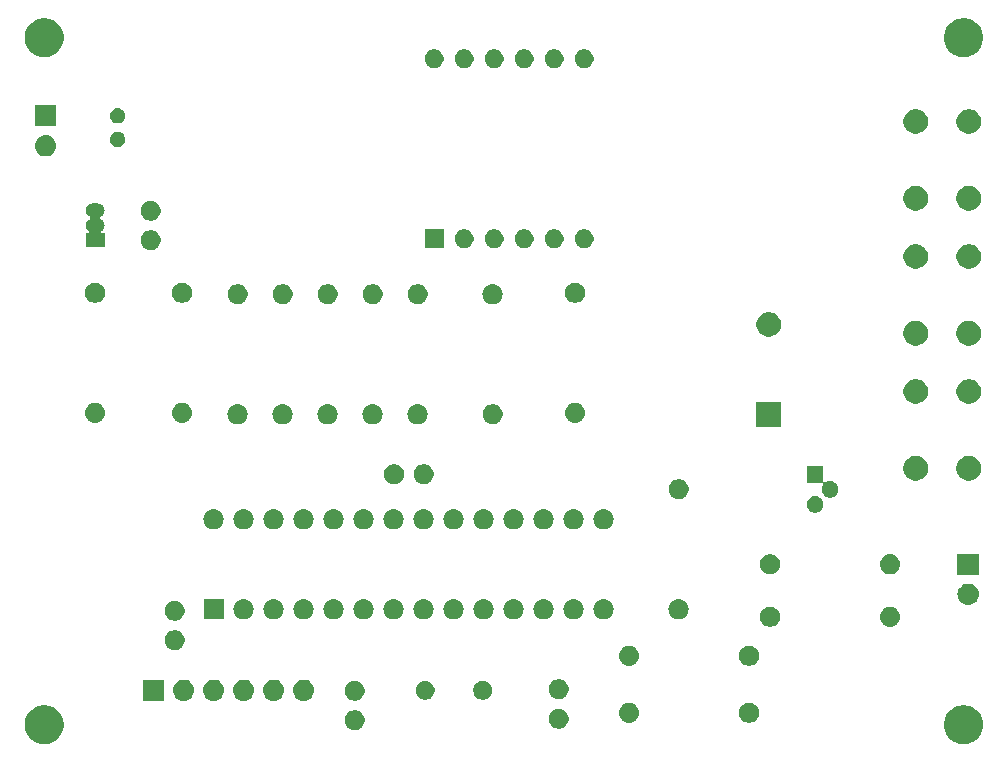
<source format=gbr>
G04 #@! TF.GenerationSoftware,KiCad,Pcbnew,(5.1.0)-1*
G04 #@! TF.CreationDate,2019-07-19T11:38:46-03:00*
G04 #@! TF.ProjectId,Capacimetro_v2,43617061-6369-46d6-9574-726f5f76322e,rev?*
G04 #@! TF.SameCoordinates,Original*
G04 #@! TF.FileFunction,Soldermask,Top*
G04 #@! TF.FilePolarity,Negative*
%FSLAX46Y46*%
G04 Gerber Fmt 4.6, Leading zero omitted, Abs format (unit mm)*
G04 Created by KiCad (PCBNEW (5.1.0)-1) date 2019-07-19 11:38:46*
%MOMM*%
%LPD*%
G04 APERTURE LIST*
%ADD10C,0.100000*%
G04 APERTURE END LIST*
D10*
G36*
X95184144Y-73563341D02*
G01*
X95350579Y-73596447D01*
X95651042Y-73720903D01*
X95921451Y-73901585D01*
X96151415Y-74131549D01*
X96332097Y-74401958D01*
X96456553Y-74702421D01*
X96470524Y-74772659D01*
X96520000Y-75021389D01*
X96520000Y-75346611D01*
X96490623Y-75494297D01*
X96456553Y-75665579D01*
X96332097Y-75966042D01*
X96151415Y-76236451D01*
X95921451Y-76466415D01*
X95651042Y-76647097D01*
X95350579Y-76771553D01*
X95244256Y-76792702D01*
X95031611Y-76835000D01*
X94706389Y-76835000D01*
X94493744Y-76792702D01*
X94387421Y-76771553D01*
X94086958Y-76647097D01*
X93816549Y-76466415D01*
X93586585Y-76236451D01*
X93405903Y-75966042D01*
X93281447Y-75665579D01*
X93247377Y-75494297D01*
X93218000Y-75346611D01*
X93218000Y-75021389D01*
X93267476Y-74772659D01*
X93281447Y-74702421D01*
X93405903Y-74401958D01*
X93586585Y-74131549D01*
X93816549Y-73901585D01*
X94086958Y-73720903D01*
X94387421Y-73596447D01*
X94553856Y-73563341D01*
X94706389Y-73533000D01*
X95031611Y-73533000D01*
X95184144Y-73563341D01*
X95184144Y-73563341D01*
G37*
G36*
X17333144Y-73563341D02*
G01*
X17499579Y-73596447D01*
X17800042Y-73720903D01*
X18070451Y-73901585D01*
X18300415Y-74131549D01*
X18481097Y-74401958D01*
X18605553Y-74702421D01*
X18619524Y-74772659D01*
X18669000Y-75021389D01*
X18669000Y-75346611D01*
X18639623Y-75494297D01*
X18605553Y-75665579D01*
X18481097Y-75966042D01*
X18300415Y-76236451D01*
X18070451Y-76466415D01*
X17800042Y-76647097D01*
X17499579Y-76771553D01*
X17393256Y-76792702D01*
X17180611Y-76835000D01*
X16855389Y-76835000D01*
X16642744Y-76792702D01*
X16536421Y-76771553D01*
X16235958Y-76647097D01*
X15965549Y-76466415D01*
X15735585Y-76236451D01*
X15554903Y-75966042D01*
X15430447Y-75665579D01*
X15396377Y-75494297D01*
X15367000Y-75346611D01*
X15367000Y-75021389D01*
X15416476Y-74772659D01*
X15430447Y-74702421D01*
X15554903Y-74401958D01*
X15735585Y-74131549D01*
X15965549Y-73901585D01*
X16235958Y-73720903D01*
X16536421Y-73596447D01*
X16702856Y-73563341D01*
X16855389Y-73533000D01*
X17180611Y-73533000D01*
X17333144Y-73563341D01*
X17333144Y-73563341D01*
G37*
G36*
X43555228Y-73984703D02*
G01*
X43710100Y-74048853D01*
X43849481Y-74141985D01*
X43968015Y-74260519D01*
X44061147Y-74399900D01*
X44125297Y-74554772D01*
X44158000Y-74719184D01*
X44158000Y-74886816D01*
X44125297Y-75051228D01*
X44061147Y-75206100D01*
X43968015Y-75345481D01*
X43849481Y-75464015D01*
X43710100Y-75557147D01*
X43555228Y-75621297D01*
X43390816Y-75654000D01*
X43223184Y-75654000D01*
X43058772Y-75621297D01*
X42903900Y-75557147D01*
X42764519Y-75464015D01*
X42645985Y-75345481D01*
X42552853Y-75206100D01*
X42488703Y-75051228D01*
X42456000Y-74886816D01*
X42456000Y-74719184D01*
X42488703Y-74554772D01*
X42552853Y-74399900D01*
X42645985Y-74260519D01*
X42764519Y-74141985D01*
X42903900Y-74048853D01*
X43058772Y-73984703D01*
X43223184Y-73952000D01*
X43390816Y-73952000D01*
X43555228Y-73984703D01*
X43555228Y-73984703D01*
G37*
G36*
X60827228Y-73857703D02*
G01*
X60982100Y-73921853D01*
X61121481Y-74014985D01*
X61240015Y-74133519D01*
X61333147Y-74272900D01*
X61397297Y-74427772D01*
X61430000Y-74592184D01*
X61430000Y-74759816D01*
X61397297Y-74924228D01*
X61333147Y-75079100D01*
X61240015Y-75218481D01*
X61121481Y-75337015D01*
X60982100Y-75430147D01*
X60827228Y-75494297D01*
X60662816Y-75527000D01*
X60495184Y-75527000D01*
X60330772Y-75494297D01*
X60175900Y-75430147D01*
X60036519Y-75337015D01*
X59917985Y-75218481D01*
X59824853Y-75079100D01*
X59760703Y-74924228D01*
X59728000Y-74759816D01*
X59728000Y-74592184D01*
X59760703Y-74427772D01*
X59824853Y-74272900D01*
X59917985Y-74133519D01*
X60036519Y-74014985D01*
X60175900Y-73921853D01*
X60330772Y-73857703D01*
X60495184Y-73825000D01*
X60662816Y-73825000D01*
X60827228Y-73857703D01*
X60827228Y-73857703D01*
G37*
G36*
X66714823Y-73329313D02*
G01*
X66875242Y-73377976D01*
X66942361Y-73413852D01*
X67023078Y-73456996D01*
X67152659Y-73563341D01*
X67259004Y-73692922D01*
X67259005Y-73692924D01*
X67338024Y-73840758D01*
X67386687Y-74001177D01*
X67403117Y-74168000D01*
X67386687Y-74334823D01*
X67338024Y-74495242D01*
X67297477Y-74571100D01*
X67259004Y-74643078D01*
X67152659Y-74772659D01*
X67023078Y-74879004D01*
X67023076Y-74879005D01*
X66875242Y-74958024D01*
X66714823Y-75006687D01*
X66589804Y-75019000D01*
X66506196Y-75019000D01*
X66381177Y-75006687D01*
X66220758Y-74958024D01*
X66072924Y-74879005D01*
X66072922Y-74879004D01*
X65943341Y-74772659D01*
X65836996Y-74643078D01*
X65798523Y-74571100D01*
X65757976Y-74495242D01*
X65709313Y-74334823D01*
X65692883Y-74168000D01*
X65709313Y-74001177D01*
X65757976Y-73840758D01*
X65836995Y-73692924D01*
X65836996Y-73692922D01*
X65943341Y-73563341D01*
X66072922Y-73456996D01*
X66153639Y-73413852D01*
X66220758Y-73377976D01*
X66381177Y-73329313D01*
X66506196Y-73317000D01*
X66589804Y-73317000D01*
X66714823Y-73329313D01*
X66714823Y-73329313D01*
G37*
G36*
X76956228Y-73349703D02*
G01*
X77111100Y-73413853D01*
X77250481Y-73506985D01*
X77369015Y-73625519D01*
X77462147Y-73764900D01*
X77526297Y-73919772D01*
X77559000Y-74084184D01*
X77559000Y-74251816D01*
X77526297Y-74416228D01*
X77462147Y-74571100D01*
X77369015Y-74710481D01*
X77250481Y-74829015D01*
X77111100Y-74922147D01*
X76956228Y-74986297D01*
X76791816Y-75019000D01*
X76624184Y-75019000D01*
X76459772Y-74986297D01*
X76304900Y-74922147D01*
X76165519Y-74829015D01*
X76046985Y-74710481D01*
X75953853Y-74571100D01*
X75889703Y-74416228D01*
X75857000Y-74251816D01*
X75857000Y-74084184D01*
X75889703Y-73919772D01*
X75953853Y-73764900D01*
X76046985Y-73625519D01*
X76165519Y-73506985D01*
X76304900Y-73413853D01*
X76459772Y-73349703D01*
X76624184Y-73317000D01*
X76791816Y-73317000D01*
X76956228Y-73349703D01*
X76956228Y-73349703D01*
G37*
G36*
X27190000Y-73164000D02*
G01*
X25388000Y-73164000D01*
X25388000Y-71362000D01*
X27190000Y-71362000D01*
X27190000Y-73164000D01*
X27190000Y-73164000D01*
G37*
G36*
X28939442Y-71368518D02*
G01*
X29005627Y-71375037D01*
X29175466Y-71426557D01*
X29331991Y-71510222D01*
X29367729Y-71539552D01*
X29469186Y-71622814D01*
X29552448Y-71724271D01*
X29581778Y-71760009D01*
X29581779Y-71760011D01*
X29656554Y-71899903D01*
X29665443Y-71916534D01*
X29716963Y-72086373D01*
X29734359Y-72263000D01*
X29716963Y-72439627D01*
X29665443Y-72609466D01*
X29581778Y-72765991D01*
X29552448Y-72801729D01*
X29469186Y-72903186D01*
X29367729Y-72986448D01*
X29331991Y-73015778D01*
X29175466Y-73099443D01*
X29005627Y-73150963D01*
X28939443Y-73157481D01*
X28873260Y-73164000D01*
X28784740Y-73164000D01*
X28718557Y-73157481D01*
X28652373Y-73150963D01*
X28482534Y-73099443D01*
X28326009Y-73015778D01*
X28290271Y-72986448D01*
X28188814Y-72903186D01*
X28105552Y-72801729D01*
X28076222Y-72765991D01*
X27992557Y-72609466D01*
X27941037Y-72439627D01*
X27923641Y-72263000D01*
X27941037Y-72086373D01*
X27992557Y-71916534D01*
X28001447Y-71899903D01*
X28076221Y-71760011D01*
X28076222Y-71760009D01*
X28105552Y-71724271D01*
X28188814Y-71622814D01*
X28290271Y-71539552D01*
X28326009Y-71510222D01*
X28482534Y-71426557D01*
X28652373Y-71375037D01*
X28718558Y-71368518D01*
X28784740Y-71362000D01*
X28873260Y-71362000D01*
X28939442Y-71368518D01*
X28939442Y-71368518D01*
G37*
G36*
X31479442Y-71368518D02*
G01*
X31545627Y-71375037D01*
X31715466Y-71426557D01*
X31871991Y-71510222D01*
X31907729Y-71539552D01*
X32009186Y-71622814D01*
X32092448Y-71724271D01*
X32121778Y-71760009D01*
X32121779Y-71760011D01*
X32196554Y-71899903D01*
X32205443Y-71916534D01*
X32256963Y-72086373D01*
X32274359Y-72263000D01*
X32256963Y-72439627D01*
X32205443Y-72609466D01*
X32121778Y-72765991D01*
X32092448Y-72801729D01*
X32009186Y-72903186D01*
X31907729Y-72986448D01*
X31871991Y-73015778D01*
X31715466Y-73099443D01*
X31545627Y-73150963D01*
X31479443Y-73157481D01*
X31413260Y-73164000D01*
X31324740Y-73164000D01*
X31258557Y-73157481D01*
X31192373Y-73150963D01*
X31022534Y-73099443D01*
X30866009Y-73015778D01*
X30830271Y-72986448D01*
X30728814Y-72903186D01*
X30645552Y-72801729D01*
X30616222Y-72765991D01*
X30532557Y-72609466D01*
X30481037Y-72439627D01*
X30463641Y-72263000D01*
X30481037Y-72086373D01*
X30532557Y-71916534D01*
X30541447Y-71899903D01*
X30616221Y-71760011D01*
X30616222Y-71760009D01*
X30645552Y-71724271D01*
X30728814Y-71622814D01*
X30830271Y-71539552D01*
X30866009Y-71510222D01*
X31022534Y-71426557D01*
X31192373Y-71375037D01*
X31258558Y-71368518D01*
X31324740Y-71362000D01*
X31413260Y-71362000D01*
X31479442Y-71368518D01*
X31479442Y-71368518D01*
G37*
G36*
X34019442Y-71368518D02*
G01*
X34085627Y-71375037D01*
X34255466Y-71426557D01*
X34411991Y-71510222D01*
X34447729Y-71539552D01*
X34549186Y-71622814D01*
X34632448Y-71724271D01*
X34661778Y-71760009D01*
X34661779Y-71760011D01*
X34736554Y-71899903D01*
X34745443Y-71916534D01*
X34796963Y-72086373D01*
X34814359Y-72263000D01*
X34796963Y-72439627D01*
X34745443Y-72609466D01*
X34661778Y-72765991D01*
X34632448Y-72801729D01*
X34549186Y-72903186D01*
X34447729Y-72986448D01*
X34411991Y-73015778D01*
X34255466Y-73099443D01*
X34085627Y-73150963D01*
X34019443Y-73157481D01*
X33953260Y-73164000D01*
X33864740Y-73164000D01*
X33798557Y-73157481D01*
X33732373Y-73150963D01*
X33562534Y-73099443D01*
X33406009Y-73015778D01*
X33370271Y-72986448D01*
X33268814Y-72903186D01*
X33185552Y-72801729D01*
X33156222Y-72765991D01*
X33072557Y-72609466D01*
X33021037Y-72439627D01*
X33003641Y-72263000D01*
X33021037Y-72086373D01*
X33072557Y-71916534D01*
X33081447Y-71899903D01*
X33156221Y-71760011D01*
X33156222Y-71760009D01*
X33185552Y-71724271D01*
X33268814Y-71622814D01*
X33370271Y-71539552D01*
X33406009Y-71510222D01*
X33562534Y-71426557D01*
X33732373Y-71375037D01*
X33798558Y-71368518D01*
X33864740Y-71362000D01*
X33953260Y-71362000D01*
X34019442Y-71368518D01*
X34019442Y-71368518D01*
G37*
G36*
X39099442Y-71368518D02*
G01*
X39165627Y-71375037D01*
X39335466Y-71426557D01*
X39491991Y-71510222D01*
X39527729Y-71539552D01*
X39629186Y-71622814D01*
X39712448Y-71724271D01*
X39741778Y-71760009D01*
X39741779Y-71760011D01*
X39816554Y-71899903D01*
X39825443Y-71916534D01*
X39876963Y-72086373D01*
X39894359Y-72263000D01*
X39876963Y-72439627D01*
X39825443Y-72609466D01*
X39741778Y-72765991D01*
X39712448Y-72801729D01*
X39629186Y-72903186D01*
X39527729Y-72986448D01*
X39491991Y-73015778D01*
X39335466Y-73099443D01*
X39165627Y-73150963D01*
X39099443Y-73157481D01*
X39033260Y-73164000D01*
X38944740Y-73164000D01*
X38878557Y-73157481D01*
X38812373Y-73150963D01*
X38642534Y-73099443D01*
X38486009Y-73015778D01*
X38450271Y-72986448D01*
X38348814Y-72903186D01*
X38265552Y-72801729D01*
X38236222Y-72765991D01*
X38152557Y-72609466D01*
X38101037Y-72439627D01*
X38083641Y-72263000D01*
X38101037Y-72086373D01*
X38152557Y-71916534D01*
X38161447Y-71899903D01*
X38236221Y-71760011D01*
X38236222Y-71760009D01*
X38265552Y-71724271D01*
X38348814Y-71622814D01*
X38450271Y-71539552D01*
X38486009Y-71510222D01*
X38642534Y-71426557D01*
X38812373Y-71375037D01*
X38878558Y-71368518D01*
X38944740Y-71362000D01*
X39033260Y-71362000D01*
X39099442Y-71368518D01*
X39099442Y-71368518D01*
G37*
G36*
X36559442Y-71368518D02*
G01*
X36625627Y-71375037D01*
X36795466Y-71426557D01*
X36951991Y-71510222D01*
X36987729Y-71539552D01*
X37089186Y-71622814D01*
X37172448Y-71724271D01*
X37201778Y-71760009D01*
X37201779Y-71760011D01*
X37276554Y-71899903D01*
X37285443Y-71916534D01*
X37336963Y-72086373D01*
X37354359Y-72263000D01*
X37336963Y-72439627D01*
X37285443Y-72609466D01*
X37201778Y-72765991D01*
X37172448Y-72801729D01*
X37089186Y-72903186D01*
X36987729Y-72986448D01*
X36951991Y-73015778D01*
X36795466Y-73099443D01*
X36625627Y-73150963D01*
X36559443Y-73157481D01*
X36493260Y-73164000D01*
X36404740Y-73164000D01*
X36338557Y-73157481D01*
X36272373Y-73150963D01*
X36102534Y-73099443D01*
X35946009Y-73015778D01*
X35910271Y-72986448D01*
X35808814Y-72903186D01*
X35725552Y-72801729D01*
X35696222Y-72765991D01*
X35612557Y-72609466D01*
X35561037Y-72439627D01*
X35543641Y-72263000D01*
X35561037Y-72086373D01*
X35612557Y-71916534D01*
X35621447Y-71899903D01*
X35696221Y-71760011D01*
X35696222Y-71760009D01*
X35725552Y-71724271D01*
X35808814Y-71622814D01*
X35910271Y-71539552D01*
X35946009Y-71510222D01*
X36102534Y-71426557D01*
X36272373Y-71375037D01*
X36338558Y-71368518D01*
X36404740Y-71362000D01*
X36493260Y-71362000D01*
X36559442Y-71368518D01*
X36559442Y-71368518D01*
G37*
G36*
X43555228Y-71484703D02*
G01*
X43710100Y-71548853D01*
X43849481Y-71641985D01*
X43968015Y-71760519D01*
X44061147Y-71899900D01*
X44125297Y-72054772D01*
X44158000Y-72219184D01*
X44158000Y-72386816D01*
X44125297Y-72551228D01*
X44061147Y-72706100D01*
X43968015Y-72845481D01*
X43849481Y-72964015D01*
X43710100Y-73057147D01*
X43555228Y-73121297D01*
X43390816Y-73154000D01*
X43223184Y-73154000D01*
X43058772Y-73121297D01*
X42903900Y-73057147D01*
X42764519Y-72964015D01*
X42645985Y-72845481D01*
X42552853Y-72706100D01*
X42488703Y-72551228D01*
X42456000Y-72386816D01*
X42456000Y-72219184D01*
X42488703Y-72054772D01*
X42552853Y-71899900D01*
X42645985Y-71760519D01*
X42764519Y-71641985D01*
X42903900Y-71548853D01*
X43058772Y-71484703D01*
X43223184Y-71452000D01*
X43390816Y-71452000D01*
X43555228Y-71484703D01*
X43555228Y-71484703D01*
G37*
G36*
X54389642Y-71492781D02*
G01*
X54525011Y-71548853D01*
X54535416Y-71553163D01*
X54666608Y-71640822D01*
X54778178Y-71752392D01*
X54865837Y-71883584D01*
X54865838Y-71883586D01*
X54926219Y-72029358D01*
X54957000Y-72184107D01*
X54957000Y-72341893D01*
X54926219Y-72496642D01*
X54865838Y-72642414D01*
X54865837Y-72642416D01*
X54778178Y-72773608D01*
X54666608Y-72885178D01*
X54535416Y-72972837D01*
X54535415Y-72972838D01*
X54535414Y-72972838D01*
X54389642Y-73033219D01*
X54234893Y-73064000D01*
X54077107Y-73064000D01*
X53922358Y-73033219D01*
X53776586Y-72972838D01*
X53776585Y-72972838D01*
X53776584Y-72972837D01*
X53645392Y-72885178D01*
X53533822Y-72773608D01*
X53446163Y-72642416D01*
X53446162Y-72642414D01*
X53385781Y-72496642D01*
X53355000Y-72341893D01*
X53355000Y-72184107D01*
X53385781Y-72029358D01*
X53446162Y-71883586D01*
X53446163Y-71883584D01*
X53533822Y-71752392D01*
X53645392Y-71640822D01*
X53776584Y-71553163D01*
X53786989Y-71548853D01*
X53922358Y-71492781D01*
X54077107Y-71462000D01*
X54234893Y-71462000D01*
X54389642Y-71492781D01*
X54389642Y-71492781D01*
G37*
G36*
X49509642Y-71492781D02*
G01*
X49645011Y-71548853D01*
X49655416Y-71553163D01*
X49786608Y-71640822D01*
X49898178Y-71752392D01*
X49985837Y-71883584D01*
X49985838Y-71883586D01*
X50046219Y-72029358D01*
X50077000Y-72184107D01*
X50077000Y-72341893D01*
X50046219Y-72496642D01*
X49985838Y-72642414D01*
X49985837Y-72642416D01*
X49898178Y-72773608D01*
X49786608Y-72885178D01*
X49655416Y-72972837D01*
X49655415Y-72972838D01*
X49655414Y-72972838D01*
X49509642Y-73033219D01*
X49354893Y-73064000D01*
X49197107Y-73064000D01*
X49042358Y-73033219D01*
X48896586Y-72972838D01*
X48896585Y-72972838D01*
X48896584Y-72972837D01*
X48765392Y-72885178D01*
X48653822Y-72773608D01*
X48566163Y-72642416D01*
X48566162Y-72642414D01*
X48505781Y-72496642D01*
X48475000Y-72341893D01*
X48475000Y-72184107D01*
X48505781Y-72029358D01*
X48566162Y-71883586D01*
X48566163Y-71883584D01*
X48653822Y-71752392D01*
X48765392Y-71640822D01*
X48896584Y-71553163D01*
X48906989Y-71548853D01*
X49042358Y-71492781D01*
X49197107Y-71462000D01*
X49354893Y-71462000D01*
X49509642Y-71492781D01*
X49509642Y-71492781D01*
G37*
G36*
X60827228Y-71357703D02*
G01*
X60982100Y-71421853D01*
X61121481Y-71514985D01*
X61240015Y-71633519D01*
X61333147Y-71772900D01*
X61397297Y-71927772D01*
X61430000Y-72092184D01*
X61430000Y-72259816D01*
X61397297Y-72424228D01*
X61333147Y-72579100D01*
X61240015Y-72718481D01*
X61121481Y-72837015D01*
X60982100Y-72930147D01*
X60827228Y-72994297D01*
X60662816Y-73027000D01*
X60495184Y-73027000D01*
X60330772Y-72994297D01*
X60175900Y-72930147D01*
X60036519Y-72837015D01*
X59917985Y-72718481D01*
X59824853Y-72579100D01*
X59760703Y-72424228D01*
X59728000Y-72259816D01*
X59728000Y-72092184D01*
X59760703Y-71927772D01*
X59824853Y-71772900D01*
X59917985Y-71633519D01*
X60036519Y-71514985D01*
X60175900Y-71421853D01*
X60330772Y-71357703D01*
X60495184Y-71325000D01*
X60662816Y-71325000D01*
X60827228Y-71357703D01*
X60827228Y-71357703D01*
G37*
G36*
X76956228Y-68523703D02*
G01*
X77111100Y-68587853D01*
X77250481Y-68680985D01*
X77369015Y-68799519D01*
X77462147Y-68938900D01*
X77526297Y-69093772D01*
X77559000Y-69258184D01*
X77559000Y-69425816D01*
X77526297Y-69590228D01*
X77462147Y-69745100D01*
X77369015Y-69884481D01*
X77250481Y-70003015D01*
X77111100Y-70096147D01*
X76956228Y-70160297D01*
X76791816Y-70193000D01*
X76624184Y-70193000D01*
X76459772Y-70160297D01*
X76304900Y-70096147D01*
X76165519Y-70003015D01*
X76046985Y-69884481D01*
X75953853Y-69745100D01*
X75889703Y-69590228D01*
X75857000Y-69425816D01*
X75857000Y-69258184D01*
X75889703Y-69093772D01*
X75953853Y-68938900D01*
X76046985Y-68799519D01*
X76165519Y-68680985D01*
X76304900Y-68587853D01*
X76459772Y-68523703D01*
X76624184Y-68491000D01*
X76791816Y-68491000D01*
X76956228Y-68523703D01*
X76956228Y-68523703D01*
G37*
G36*
X66714823Y-68503313D02*
G01*
X66875242Y-68551976D01*
X66942361Y-68587852D01*
X67023078Y-68630996D01*
X67152659Y-68737341D01*
X67259004Y-68866922D01*
X67259005Y-68866924D01*
X67338024Y-69014758D01*
X67386687Y-69175177D01*
X67403117Y-69342000D01*
X67386687Y-69508823D01*
X67338024Y-69669242D01*
X67297477Y-69745100D01*
X67259004Y-69817078D01*
X67152659Y-69946659D01*
X67023078Y-70053004D01*
X67023076Y-70053005D01*
X66875242Y-70132024D01*
X66714823Y-70180687D01*
X66589804Y-70193000D01*
X66506196Y-70193000D01*
X66381177Y-70180687D01*
X66220758Y-70132024D01*
X66072924Y-70053005D01*
X66072922Y-70053004D01*
X65943341Y-69946659D01*
X65836996Y-69817078D01*
X65798523Y-69745100D01*
X65757976Y-69669242D01*
X65709313Y-69508823D01*
X65692883Y-69342000D01*
X65709313Y-69175177D01*
X65757976Y-69014758D01*
X65836995Y-68866924D01*
X65836996Y-68866922D01*
X65943341Y-68737341D01*
X66072922Y-68630996D01*
X66153639Y-68587852D01*
X66220758Y-68551976D01*
X66381177Y-68503313D01*
X66506196Y-68491000D01*
X66589804Y-68491000D01*
X66714823Y-68503313D01*
X66714823Y-68503313D01*
G37*
G36*
X28315228Y-67213703D02*
G01*
X28470100Y-67277853D01*
X28609481Y-67370985D01*
X28728015Y-67489519D01*
X28821147Y-67628900D01*
X28885297Y-67783772D01*
X28918000Y-67948184D01*
X28918000Y-68115816D01*
X28885297Y-68280228D01*
X28821147Y-68435100D01*
X28728015Y-68574481D01*
X28609481Y-68693015D01*
X28470100Y-68786147D01*
X28315228Y-68850297D01*
X28150816Y-68883000D01*
X27983184Y-68883000D01*
X27818772Y-68850297D01*
X27663900Y-68786147D01*
X27524519Y-68693015D01*
X27405985Y-68574481D01*
X27312853Y-68435100D01*
X27248703Y-68280228D01*
X27216000Y-68115816D01*
X27216000Y-67948184D01*
X27248703Y-67783772D01*
X27312853Y-67628900D01*
X27405985Y-67489519D01*
X27524519Y-67370985D01*
X27663900Y-67277853D01*
X27818772Y-67213703D01*
X27983184Y-67181000D01*
X28150816Y-67181000D01*
X28315228Y-67213703D01*
X28315228Y-67213703D01*
G37*
G36*
X78734228Y-65221703D02*
G01*
X78889100Y-65285853D01*
X79028481Y-65378985D01*
X79147015Y-65497519D01*
X79240147Y-65636900D01*
X79304297Y-65791772D01*
X79337000Y-65956184D01*
X79337000Y-66123816D01*
X79304297Y-66288228D01*
X79240147Y-66443100D01*
X79147015Y-66582481D01*
X79028481Y-66701015D01*
X78889100Y-66794147D01*
X78734228Y-66858297D01*
X78569816Y-66891000D01*
X78402184Y-66891000D01*
X78237772Y-66858297D01*
X78082900Y-66794147D01*
X77943519Y-66701015D01*
X77824985Y-66582481D01*
X77731853Y-66443100D01*
X77667703Y-66288228D01*
X77635000Y-66123816D01*
X77635000Y-65956184D01*
X77667703Y-65791772D01*
X77731853Y-65636900D01*
X77824985Y-65497519D01*
X77943519Y-65378985D01*
X78082900Y-65285853D01*
X78237772Y-65221703D01*
X78402184Y-65189000D01*
X78569816Y-65189000D01*
X78734228Y-65221703D01*
X78734228Y-65221703D01*
G37*
G36*
X88812823Y-65201313D02*
G01*
X88973242Y-65249976D01*
X89040361Y-65285852D01*
X89121078Y-65328996D01*
X89250659Y-65435341D01*
X89357004Y-65564922D01*
X89357005Y-65564924D01*
X89436024Y-65712758D01*
X89484687Y-65873177D01*
X89501117Y-66040000D01*
X89484687Y-66206823D01*
X89436024Y-66367242D01*
X89395477Y-66443100D01*
X89357004Y-66515078D01*
X89250659Y-66644659D01*
X89121078Y-66751004D01*
X89121076Y-66751005D01*
X88973242Y-66830024D01*
X88812823Y-66878687D01*
X88687804Y-66891000D01*
X88604196Y-66891000D01*
X88479177Y-66878687D01*
X88318758Y-66830024D01*
X88170924Y-66751005D01*
X88170922Y-66751004D01*
X88041341Y-66644659D01*
X87934996Y-66515078D01*
X87896523Y-66443100D01*
X87855976Y-66367242D01*
X87807313Y-66206823D01*
X87790883Y-66040000D01*
X87807313Y-65873177D01*
X87855976Y-65712758D01*
X87934995Y-65564924D01*
X87934996Y-65564922D01*
X88041341Y-65435341D01*
X88170922Y-65328996D01*
X88251639Y-65285852D01*
X88318758Y-65249976D01*
X88479177Y-65201313D01*
X88604196Y-65189000D01*
X88687804Y-65189000D01*
X88812823Y-65201313D01*
X88812823Y-65201313D01*
G37*
G36*
X28315228Y-64713703D02*
G01*
X28470100Y-64777853D01*
X28609481Y-64870985D01*
X28728015Y-64989519D01*
X28821147Y-65128900D01*
X28885297Y-65283772D01*
X28918000Y-65448184D01*
X28918000Y-65615816D01*
X28885297Y-65780228D01*
X28821147Y-65935100D01*
X28728015Y-66074481D01*
X28609481Y-66193015D01*
X28470100Y-66286147D01*
X28315228Y-66350297D01*
X28150816Y-66383000D01*
X27983184Y-66383000D01*
X27818772Y-66350297D01*
X27663900Y-66286147D01*
X27524519Y-66193015D01*
X27405985Y-66074481D01*
X27312853Y-65935100D01*
X27248703Y-65780228D01*
X27216000Y-65615816D01*
X27216000Y-65448184D01*
X27248703Y-65283772D01*
X27312853Y-65128900D01*
X27405985Y-64989519D01*
X27524519Y-64870985D01*
X27663900Y-64777853D01*
X27818772Y-64713703D01*
X27983184Y-64681000D01*
X28150816Y-64681000D01*
X28315228Y-64713703D01*
X28315228Y-64713703D01*
G37*
G36*
X51855823Y-64566313D02*
G01*
X52016242Y-64614976D01*
X52139764Y-64681000D01*
X52164078Y-64693996D01*
X52293659Y-64800341D01*
X52400004Y-64929922D01*
X52400005Y-64929924D01*
X52479024Y-65077758D01*
X52527687Y-65238177D01*
X52544117Y-65405000D01*
X52527687Y-65571823D01*
X52479024Y-65732242D01*
X52408114Y-65864906D01*
X52400004Y-65880078D01*
X52293659Y-66009659D01*
X52164078Y-66116004D01*
X52164076Y-66116005D01*
X52016242Y-66195024D01*
X51855823Y-66243687D01*
X51730804Y-66256000D01*
X51647196Y-66256000D01*
X51522177Y-66243687D01*
X51361758Y-66195024D01*
X51213924Y-66116005D01*
X51213922Y-66116004D01*
X51084341Y-66009659D01*
X50977996Y-65880078D01*
X50969886Y-65864906D01*
X50898976Y-65732242D01*
X50850313Y-65571823D01*
X50833883Y-65405000D01*
X50850313Y-65238177D01*
X50898976Y-65077758D01*
X50977995Y-64929924D01*
X50977996Y-64929922D01*
X51084341Y-64800341D01*
X51213922Y-64693996D01*
X51238236Y-64681000D01*
X51361758Y-64614976D01*
X51522177Y-64566313D01*
X51647196Y-64554000D01*
X51730804Y-64554000D01*
X51855823Y-64566313D01*
X51855823Y-64566313D01*
G37*
G36*
X70905823Y-64566313D02*
G01*
X71066242Y-64614976D01*
X71189764Y-64681000D01*
X71214078Y-64693996D01*
X71343659Y-64800341D01*
X71450004Y-64929922D01*
X71450005Y-64929924D01*
X71529024Y-65077758D01*
X71577687Y-65238177D01*
X71594117Y-65405000D01*
X71577687Y-65571823D01*
X71529024Y-65732242D01*
X71458114Y-65864906D01*
X71450004Y-65880078D01*
X71343659Y-66009659D01*
X71214078Y-66116004D01*
X71214076Y-66116005D01*
X71066242Y-66195024D01*
X70905823Y-66243687D01*
X70780804Y-66256000D01*
X70697196Y-66256000D01*
X70572177Y-66243687D01*
X70411758Y-66195024D01*
X70263924Y-66116005D01*
X70263922Y-66116004D01*
X70134341Y-66009659D01*
X70027996Y-65880078D01*
X70019886Y-65864906D01*
X69948976Y-65732242D01*
X69900313Y-65571823D01*
X69883883Y-65405000D01*
X69900313Y-65238177D01*
X69948976Y-65077758D01*
X70027995Y-64929924D01*
X70027996Y-64929922D01*
X70134341Y-64800341D01*
X70263922Y-64693996D01*
X70288236Y-64681000D01*
X70411758Y-64614976D01*
X70572177Y-64566313D01*
X70697196Y-64554000D01*
X70780804Y-64554000D01*
X70905823Y-64566313D01*
X70905823Y-64566313D01*
G37*
G36*
X64555823Y-64566313D02*
G01*
X64716242Y-64614976D01*
X64839764Y-64681000D01*
X64864078Y-64693996D01*
X64993659Y-64800341D01*
X65100004Y-64929922D01*
X65100005Y-64929924D01*
X65179024Y-65077758D01*
X65227687Y-65238177D01*
X65244117Y-65405000D01*
X65227687Y-65571823D01*
X65179024Y-65732242D01*
X65108114Y-65864906D01*
X65100004Y-65880078D01*
X64993659Y-66009659D01*
X64864078Y-66116004D01*
X64864076Y-66116005D01*
X64716242Y-66195024D01*
X64555823Y-66243687D01*
X64430804Y-66256000D01*
X64347196Y-66256000D01*
X64222177Y-66243687D01*
X64061758Y-66195024D01*
X63913924Y-66116005D01*
X63913922Y-66116004D01*
X63784341Y-66009659D01*
X63677996Y-65880078D01*
X63669886Y-65864906D01*
X63598976Y-65732242D01*
X63550313Y-65571823D01*
X63533883Y-65405000D01*
X63550313Y-65238177D01*
X63598976Y-65077758D01*
X63677995Y-64929924D01*
X63677996Y-64929922D01*
X63784341Y-64800341D01*
X63913922Y-64693996D01*
X63938236Y-64681000D01*
X64061758Y-64614976D01*
X64222177Y-64566313D01*
X64347196Y-64554000D01*
X64430804Y-64554000D01*
X64555823Y-64566313D01*
X64555823Y-64566313D01*
G37*
G36*
X62015823Y-64566313D02*
G01*
X62176242Y-64614976D01*
X62299764Y-64681000D01*
X62324078Y-64693996D01*
X62453659Y-64800341D01*
X62560004Y-64929922D01*
X62560005Y-64929924D01*
X62639024Y-65077758D01*
X62687687Y-65238177D01*
X62704117Y-65405000D01*
X62687687Y-65571823D01*
X62639024Y-65732242D01*
X62568114Y-65864906D01*
X62560004Y-65880078D01*
X62453659Y-66009659D01*
X62324078Y-66116004D01*
X62324076Y-66116005D01*
X62176242Y-66195024D01*
X62015823Y-66243687D01*
X61890804Y-66256000D01*
X61807196Y-66256000D01*
X61682177Y-66243687D01*
X61521758Y-66195024D01*
X61373924Y-66116005D01*
X61373922Y-66116004D01*
X61244341Y-66009659D01*
X61137996Y-65880078D01*
X61129886Y-65864906D01*
X61058976Y-65732242D01*
X61010313Y-65571823D01*
X60993883Y-65405000D01*
X61010313Y-65238177D01*
X61058976Y-65077758D01*
X61137995Y-64929924D01*
X61137996Y-64929922D01*
X61244341Y-64800341D01*
X61373922Y-64693996D01*
X61398236Y-64681000D01*
X61521758Y-64614976D01*
X61682177Y-64566313D01*
X61807196Y-64554000D01*
X61890804Y-64554000D01*
X62015823Y-64566313D01*
X62015823Y-64566313D01*
G37*
G36*
X59475823Y-64566313D02*
G01*
X59636242Y-64614976D01*
X59759764Y-64681000D01*
X59784078Y-64693996D01*
X59913659Y-64800341D01*
X60020004Y-64929922D01*
X60020005Y-64929924D01*
X60099024Y-65077758D01*
X60147687Y-65238177D01*
X60164117Y-65405000D01*
X60147687Y-65571823D01*
X60099024Y-65732242D01*
X60028114Y-65864906D01*
X60020004Y-65880078D01*
X59913659Y-66009659D01*
X59784078Y-66116004D01*
X59784076Y-66116005D01*
X59636242Y-66195024D01*
X59475823Y-66243687D01*
X59350804Y-66256000D01*
X59267196Y-66256000D01*
X59142177Y-66243687D01*
X58981758Y-66195024D01*
X58833924Y-66116005D01*
X58833922Y-66116004D01*
X58704341Y-66009659D01*
X58597996Y-65880078D01*
X58589886Y-65864906D01*
X58518976Y-65732242D01*
X58470313Y-65571823D01*
X58453883Y-65405000D01*
X58470313Y-65238177D01*
X58518976Y-65077758D01*
X58597995Y-64929924D01*
X58597996Y-64929922D01*
X58704341Y-64800341D01*
X58833922Y-64693996D01*
X58858236Y-64681000D01*
X58981758Y-64614976D01*
X59142177Y-64566313D01*
X59267196Y-64554000D01*
X59350804Y-64554000D01*
X59475823Y-64566313D01*
X59475823Y-64566313D01*
G37*
G36*
X56935823Y-64566313D02*
G01*
X57096242Y-64614976D01*
X57219764Y-64681000D01*
X57244078Y-64693996D01*
X57373659Y-64800341D01*
X57480004Y-64929922D01*
X57480005Y-64929924D01*
X57559024Y-65077758D01*
X57607687Y-65238177D01*
X57624117Y-65405000D01*
X57607687Y-65571823D01*
X57559024Y-65732242D01*
X57488114Y-65864906D01*
X57480004Y-65880078D01*
X57373659Y-66009659D01*
X57244078Y-66116004D01*
X57244076Y-66116005D01*
X57096242Y-66195024D01*
X56935823Y-66243687D01*
X56810804Y-66256000D01*
X56727196Y-66256000D01*
X56602177Y-66243687D01*
X56441758Y-66195024D01*
X56293924Y-66116005D01*
X56293922Y-66116004D01*
X56164341Y-66009659D01*
X56057996Y-65880078D01*
X56049886Y-65864906D01*
X55978976Y-65732242D01*
X55930313Y-65571823D01*
X55913883Y-65405000D01*
X55930313Y-65238177D01*
X55978976Y-65077758D01*
X56057995Y-64929924D01*
X56057996Y-64929922D01*
X56164341Y-64800341D01*
X56293922Y-64693996D01*
X56318236Y-64681000D01*
X56441758Y-64614976D01*
X56602177Y-64566313D01*
X56727196Y-64554000D01*
X56810804Y-64554000D01*
X56935823Y-64566313D01*
X56935823Y-64566313D01*
G37*
G36*
X54395823Y-64566313D02*
G01*
X54556242Y-64614976D01*
X54679764Y-64681000D01*
X54704078Y-64693996D01*
X54833659Y-64800341D01*
X54940004Y-64929922D01*
X54940005Y-64929924D01*
X55019024Y-65077758D01*
X55067687Y-65238177D01*
X55084117Y-65405000D01*
X55067687Y-65571823D01*
X55019024Y-65732242D01*
X54948114Y-65864906D01*
X54940004Y-65880078D01*
X54833659Y-66009659D01*
X54704078Y-66116004D01*
X54704076Y-66116005D01*
X54556242Y-66195024D01*
X54395823Y-66243687D01*
X54270804Y-66256000D01*
X54187196Y-66256000D01*
X54062177Y-66243687D01*
X53901758Y-66195024D01*
X53753924Y-66116005D01*
X53753922Y-66116004D01*
X53624341Y-66009659D01*
X53517996Y-65880078D01*
X53509886Y-65864906D01*
X53438976Y-65732242D01*
X53390313Y-65571823D01*
X53373883Y-65405000D01*
X53390313Y-65238177D01*
X53438976Y-65077758D01*
X53517995Y-64929924D01*
X53517996Y-64929922D01*
X53624341Y-64800341D01*
X53753922Y-64693996D01*
X53778236Y-64681000D01*
X53901758Y-64614976D01*
X54062177Y-64566313D01*
X54187196Y-64554000D01*
X54270804Y-64554000D01*
X54395823Y-64566313D01*
X54395823Y-64566313D01*
G37*
G36*
X46775823Y-64566313D02*
G01*
X46936242Y-64614976D01*
X47059764Y-64681000D01*
X47084078Y-64693996D01*
X47213659Y-64800341D01*
X47320004Y-64929922D01*
X47320005Y-64929924D01*
X47399024Y-65077758D01*
X47447687Y-65238177D01*
X47464117Y-65405000D01*
X47447687Y-65571823D01*
X47399024Y-65732242D01*
X47328114Y-65864906D01*
X47320004Y-65880078D01*
X47213659Y-66009659D01*
X47084078Y-66116004D01*
X47084076Y-66116005D01*
X46936242Y-66195024D01*
X46775823Y-66243687D01*
X46650804Y-66256000D01*
X46567196Y-66256000D01*
X46442177Y-66243687D01*
X46281758Y-66195024D01*
X46133924Y-66116005D01*
X46133922Y-66116004D01*
X46004341Y-66009659D01*
X45897996Y-65880078D01*
X45889886Y-65864906D01*
X45818976Y-65732242D01*
X45770313Y-65571823D01*
X45753883Y-65405000D01*
X45770313Y-65238177D01*
X45818976Y-65077758D01*
X45897995Y-64929924D01*
X45897996Y-64929922D01*
X46004341Y-64800341D01*
X46133922Y-64693996D01*
X46158236Y-64681000D01*
X46281758Y-64614976D01*
X46442177Y-64566313D01*
X46567196Y-64554000D01*
X46650804Y-64554000D01*
X46775823Y-64566313D01*
X46775823Y-64566313D01*
G37*
G36*
X44235823Y-64566313D02*
G01*
X44396242Y-64614976D01*
X44519764Y-64681000D01*
X44544078Y-64693996D01*
X44673659Y-64800341D01*
X44780004Y-64929922D01*
X44780005Y-64929924D01*
X44859024Y-65077758D01*
X44907687Y-65238177D01*
X44924117Y-65405000D01*
X44907687Y-65571823D01*
X44859024Y-65732242D01*
X44788114Y-65864906D01*
X44780004Y-65880078D01*
X44673659Y-66009659D01*
X44544078Y-66116004D01*
X44544076Y-66116005D01*
X44396242Y-66195024D01*
X44235823Y-66243687D01*
X44110804Y-66256000D01*
X44027196Y-66256000D01*
X43902177Y-66243687D01*
X43741758Y-66195024D01*
X43593924Y-66116005D01*
X43593922Y-66116004D01*
X43464341Y-66009659D01*
X43357996Y-65880078D01*
X43349886Y-65864906D01*
X43278976Y-65732242D01*
X43230313Y-65571823D01*
X43213883Y-65405000D01*
X43230313Y-65238177D01*
X43278976Y-65077758D01*
X43357995Y-64929924D01*
X43357996Y-64929922D01*
X43464341Y-64800341D01*
X43593922Y-64693996D01*
X43618236Y-64681000D01*
X43741758Y-64614976D01*
X43902177Y-64566313D01*
X44027196Y-64554000D01*
X44110804Y-64554000D01*
X44235823Y-64566313D01*
X44235823Y-64566313D01*
G37*
G36*
X41695823Y-64566313D02*
G01*
X41856242Y-64614976D01*
X41979764Y-64681000D01*
X42004078Y-64693996D01*
X42133659Y-64800341D01*
X42240004Y-64929922D01*
X42240005Y-64929924D01*
X42319024Y-65077758D01*
X42367687Y-65238177D01*
X42384117Y-65405000D01*
X42367687Y-65571823D01*
X42319024Y-65732242D01*
X42248114Y-65864906D01*
X42240004Y-65880078D01*
X42133659Y-66009659D01*
X42004078Y-66116004D01*
X42004076Y-66116005D01*
X41856242Y-66195024D01*
X41695823Y-66243687D01*
X41570804Y-66256000D01*
X41487196Y-66256000D01*
X41362177Y-66243687D01*
X41201758Y-66195024D01*
X41053924Y-66116005D01*
X41053922Y-66116004D01*
X40924341Y-66009659D01*
X40817996Y-65880078D01*
X40809886Y-65864906D01*
X40738976Y-65732242D01*
X40690313Y-65571823D01*
X40673883Y-65405000D01*
X40690313Y-65238177D01*
X40738976Y-65077758D01*
X40817995Y-64929924D01*
X40817996Y-64929922D01*
X40924341Y-64800341D01*
X41053922Y-64693996D01*
X41078236Y-64681000D01*
X41201758Y-64614976D01*
X41362177Y-64566313D01*
X41487196Y-64554000D01*
X41570804Y-64554000D01*
X41695823Y-64566313D01*
X41695823Y-64566313D01*
G37*
G36*
X39155823Y-64566313D02*
G01*
X39316242Y-64614976D01*
X39439764Y-64681000D01*
X39464078Y-64693996D01*
X39593659Y-64800341D01*
X39700004Y-64929922D01*
X39700005Y-64929924D01*
X39779024Y-65077758D01*
X39827687Y-65238177D01*
X39844117Y-65405000D01*
X39827687Y-65571823D01*
X39779024Y-65732242D01*
X39708114Y-65864906D01*
X39700004Y-65880078D01*
X39593659Y-66009659D01*
X39464078Y-66116004D01*
X39464076Y-66116005D01*
X39316242Y-66195024D01*
X39155823Y-66243687D01*
X39030804Y-66256000D01*
X38947196Y-66256000D01*
X38822177Y-66243687D01*
X38661758Y-66195024D01*
X38513924Y-66116005D01*
X38513922Y-66116004D01*
X38384341Y-66009659D01*
X38277996Y-65880078D01*
X38269886Y-65864906D01*
X38198976Y-65732242D01*
X38150313Y-65571823D01*
X38133883Y-65405000D01*
X38150313Y-65238177D01*
X38198976Y-65077758D01*
X38277995Y-64929924D01*
X38277996Y-64929922D01*
X38384341Y-64800341D01*
X38513922Y-64693996D01*
X38538236Y-64681000D01*
X38661758Y-64614976D01*
X38822177Y-64566313D01*
X38947196Y-64554000D01*
X39030804Y-64554000D01*
X39155823Y-64566313D01*
X39155823Y-64566313D01*
G37*
G36*
X36615823Y-64566313D02*
G01*
X36776242Y-64614976D01*
X36899764Y-64681000D01*
X36924078Y-64693996D01*
X37053659Y-64800341D01*
X37160004Y-64929922D01*
X37160005Y-64929924D01*
X37239024Y-65077758D01*
X37287687Y-65238177D01*
X37304117Y-65405000D01*
X37287687Y-65571823D01*
X37239024Y-65732242D01*
X37168114Y-65864906D01*
X37160004Y-65880078D01*
X37053659Y-66009659D01*
X36924078Y-66116004D01*
X36924076Y-66116005D01*
X36776242Y-66195024D01*
X36615823Y-66243687D01*
X36490804Y-66256000D01*
X36407196Y-66256000D01*
X36282177Y-66243687D01*
X36121758Y-66195024D01*
X35973924Y-66116005D01*
X35973922Y-66116004D01*
X35844341Y-66009659D01*
X35737996Y-65880078D01*
X35729886Y-65864906D01*
X35658976Y-65732242D01*
X35610313Y-65571823D01*
X35593883Y-65405000D01*
X35610313Y-65238177D01*
X35658976Y-65077758D01*
X35737995Y-64929924D01*
X35737996Y-64929922D01*
X35844341Y-64800341D01*
X35973922Y-64693996D01*
X35998236Y-64681000D01*
X36121758Y-64614976D01*
X36282177Y-64566313D01*
X36407196Y-64554000D01*
X36490804Y-64554000D01*
X36615823Y-64566313D01*
X36615823Y-64566313D01*
G37*
G36*
X34075823Y-64566313D02*
G01*
X34236242Y-64614976D01*
X34359764Y-64681000D01*
X34384078Y-64693996D01*
X34513659Y-64800341D01*
X34620004Y-64929922D01*
X34620005Y-64929924D01*
X34699024Y-65077758D01*
X34747687Y-65238177D01*
X34764117Y-65405000D01*
X34747687Y-65571823D01*
X34699024Y-65732242D01*
X34628114Y-65864906D01*
X34620004Y-65880078D01*
X34513659Y-66009659D01*
X34384078Y-66116004D01*
X34384076Y-66116005D01*
X34236242Y-66195024D01*
X34075823Y-66243687D01*
X33950804Y-66256000D01*
X33867196Y-66256000D01*
X33742177Y-66243687D01*
X33581758Y-66195024D01*
X33433924Y-66116005D01*
X33433922Y-66116004D01*
X33304341Y-66009659D01*
X33197996Y-65880078D01*
X33189886Y-65864906D01*
X33118976Y-65732242D01*
X33070313Y-65571823D01*
X33053883Y-65405000D01*
X33070313Y-65238177D01*
X33118976Y-65077758D01*
X33197995Y-64929924D01*
X33197996Y-64929922D01*
X33304341Y-64800341D01*
X33433922Y-64693996D01*
X33458236Y-64681000D01*
X33581758Y-64614976D01*
X33742177Y-64566313D01*
X33867196Y-64554000D01*
X33950804Y-64554000D01*
X34075823Y-64566313D01*
X34075823Y-64566313D01*
G37*
G36*
X32220000Y-66256000D02*
G01*
X30518000Y-66256000D01*
X30518000Y-64554000D01*
X32220000Y-64554000D01*
X32220000Y-66256000D01*
X32220000Y-66256000D01*
G37*
G36*
X49315823Y-64566313D02*
G01*
X49476242Y-64614976D01*
X49599764Y-64681000D01*
X49624078Y-64693996D01*
X49753659Y-64800341D01*
X49860004Y-64929922D01*
X49860005Y-64929924D01*
X49939024Y-65077758D01*
X49987687Y-65238177D01*
X50004117Y-65405000D01*
X49987687Y-65571823D01*
X49939024Y-65732242D01*
X49868114Y-65864906D01*
X49860004Y-65880078D01*
X49753659Y-66009659D01*
X49624078Y-66116004D01*
X49624076Y-66116005D01*
X49476242Y-66195024D01*
X49315823Y-66243687D01*
X49190804Y-66256000D01*
X49107196Y-66256000D01*
X48982177Y-66243687D01*
X48821758Y-66195024D01*
X48673924Y-66116005D01*
X48673922Y-66116004D01*
X48544341Y-66009659D01*
X48437996Y-65880078D01*
X48429886Y-65864906D01*
X48358976Y-65732242D01*
X48310313Y-65571823D01*
X48293883Y-65405000D01*
X48310313Y-65238177D01*
X48358976Y-65077758D01*
X48437995Y-64929924D01*
X48437996Y-64929922D01*
X48544341Y-64800341D01*
X48673922Y-64693996D01*
X48698236Y-64681000D01*
X48821758Y-64614976D01*
X48982177Y-64566313D01*
X49107196Y-64554000D01*
X49190804Y-64554000D01*
X49315823Y-64566313D01*
X49315823Y-64566313D01*
G37*
G36*
X95360443Y-63240519D02*
G01*
X95426627Y-63247037D01*
X95596466Y-63298557D01*
X95752991Y-63382222D01*
X95788729Y-63411552D01*
X95890186Y-63494814D01*
X95973448Y-63596271D01*
X96002778Y-63632009D01*
X96086443Y-63788534D01*
X96137963Y-63958373D01*
X96155359Y-64135000D01*
X96137963Y-64311627D01*
X96086443Y-64481466D01*
X96002778Y-64637991D01*
X95973448Y-64673729D01*
X95890186Y-64775186D01*
X95788729Y-64858448D01*
X95752991Y-64887778D01*
X95596466Y-64971443D01*
X95426627Y-65022963D01*
X95360442Y-65029482D01*
X95294260Y-65036000D01*
X95205740Y-65036000D01*
X95139558Y-65029482D01*
X95073373Y-65022963D01*
X94903534Y-64971443D01*
X94747009Y-64887778D01*
X94711271Y-64858448D01*
X94609814Y-64775186D01*
X94526552Y-64673729D01*
X94497222Y-64637991D01*
X94413557Y-64481466D01*
X94362037Y-64311627D01*
X94344641Y-64135000D01*
X94362037Y-63958373D01*
X94413557Y-63788534D01*
X94497222Y-63632009D01*
X94526552Y-63596271D01*
X94609814Y-63494814D01*
X94711271Y-63411552D01*
X94747009Y-63382222D01*
X94903534Y-63298557D01*
X95073373Y-63247037D01*
X95139557Y-63240519D01*
X95205740Y-63234000D01*
X95294260Y-63234000D01*
X95360443Y-63240519D01*
X95360443Y-63240519D01*
G37*
G36*
X96151000Y-62496000D02*
G01*
X94349000Y-62496000D01*
X94349000Y-60694000D01*
X96151000Y-60694000D01*
X96151000Y-62496000D01*
X96151000Y-62496000D01*
G37*
G36*
X78734228Y-60776703D02*
G01*
X78889100Y-60840853D01*
X79028481Y-60933985D01*
X79147015Y-61052519D01*
X79240147Y-61191900D01*
X79304297Y-61346772D01*
X79337000Y-61511184D01*
X79337000Y-61678816D01*
X79304297Y-61843228D01*
X79240147Y-61998100D01*
X79147015Y-62137481D01*
X79028481Y-62256015D01*
X78889100Y-62349147D01*
X78734228Y-62413297D01*
X78569816Y-62446000D01*
X78402184Y-62446000D01*
X78237772Y-62413297D01*
X78082900Y-62349147D01*
X77943519Y-62256015D01*
X77824985Y-62137481D01*
X77731853Y-61998100D01*
X77667703Y-61843228D01*
X77635000Y-61678816D01*
X77635000Y-61511184D01*
X77667703Y-61346772D01*
X77731853Y-61191900D01*
X77824985Y-61052519D01*
X77943519Y-60933985D01*
X78082900Y-60840853D01*
X78237772Y-60776703D01*
X78402184Y-60744000D01*
X78569816Y-60744000D01*
X78734228Y-60776703D01*
X78734228Y-60776703D01*
G37*
G36*
X88812823Y-60756313D02*
G01*
X88973242Y-60804976D01*
X89040361Y-60840852D01*
X89121078Y-60883996D01*
X89250659Y-60990341D01*
X89357004Y-61119922D01*
X89357005Y-61119924D01*
X89436024Y-61267758D01*
X89484687Y-61428177D01*
X89501117Y-61595000D01*
X89484687Y-61761823D01*
X89436024Y-61922242D01*
X89395477Y-61998100D01*
X89357004Y-62070078D01*
X89250659Y-62199659D01*
X89121078Y-62306004D01*
X89121076Y-62306005D01*
X88973242Y-62385024D01*
X88812823Y-62433687D01*
X88687804Y-62446000D01*
X88604196Y-62446000D01*
X88479177Y-62433687D01*
X88318758Y-62385024D01*
X88170924Y-62306005D01*
X88170922Y-62306004D01*
X88041341Y-62199659D01*
X87934996Y-62070078D01*
X87896523Y-61998100D01*
X87855976Y-61922242D01*
X87807313Y-61761823D01*
X87790883Y-61595000D01*
X87807313Y-61428177D01*
X87855976Y-61267758D01*
X87934995Y-61119924D01*
X87934996Y-61119922D01*
X88041341Y-60990341D01*
X88170922Y-60883996D01*
X88251639Y-60840852D01*
X88318758Y-60804976D01*
X88479177Y-60756313D01*
X88604196Y-60744000D01*
X88687804Y-60744000D01*
X88812823Y-60756313D01*
X88812823Y-60756313D01*
G37*
G36*
X62015823Y-56946313D02*
G01*
X62176242Y-56994976D01*
X62296967Y-57059505D01*
X62324078Y-57073996D01*
X62453659Y-57180341D01*
X62560004Y-57309922D01*
X62560005Y-57309924D01*
X62639024Y-57457758D01*
X62687687Y-57618177D01*
X62704117Y-57785000D01*
X62687687Y-57951823D01*
X62639024Y-58112242D01*
X62568114Y-58244906D01*
X62560004Y-58260078D01*
X62453659Y-58389659D01*
X62324078Y-58496004D01*
X62324076Y-58496005D01*
X62176242Y-58575024D01*
X62015823Y-58623687D01*
X61890804Y-58636000D01*
X61807196Y-58636000D01*
X61682177Y-58623687D01*
X61521758Y-58575024D01*
X61373924Y-58496005D01*
X61373922Y-58496004D01*
X61244341Y-58389659D01*
X61137996Y-58260078D01*
X61129886Y-58244906D01*
X61058976Y-58112242D01*
X61010313Y-57951823D01*
X60993883Y-57785000D01*
X61010313Y-57618177D01*
X61058976Y-57457758D01*
X61137995Y-57309924D01*
X61137996Y-57309922D01*
X61244341Y-57180341D01*
X61373922Y-57073996D01*
X61401033Y-57059505D01*
X61521758Y-56994976D01*
X61682177Y-56946313D01*
X61807196Y-56934000D01*
X61890804Y-56934000D01*
X62015823Y-56946313D01*
X62015823Y-56946313D01*
G37*
G36*
X36615823Y-56946313D02*
G01*
X36776242Y-56994976D01*
X36896967Y-57059505D01*
X36924078Y-57073996D01*
X37053659Y-57180341D01*
X37160004Y-57309922D01*
X37160005Y-57309924D01*
X37239024Y-57457758D01*
X37287687Y-57618177D01*
X37304117Y-57785000D01*
X37287687Y-57951823D01*
X37239024Y-58112242D01*
X37168114Y-58244906D01*
X37160004Y-58260078D01*
X37053659Y-58389659D01*
X36924078Y-58496004D01*
X36924076Y-58496005D01*
X36776242Y-58575024D01*
X36615823Y-58623687D01*
X36490804Y-58636000D01*
X36407196Y-58636000D01*
X36282177Y-58623687D01*
X36121758Y-58575024D01*
X35973924Y-58496005D01*
X35973922Y-58496004D01*
X35844341Y-58389659D01*
X35737996Y-58260078D01*
X35729886Y-58244906D01*
X35658976Y-58112242D01*
X35610313Y-57951823D01*
X35593883Y-57785000D01*
X35610313Y-57618177D01*
X35658976Y-57457758D01*
X35737995Y-57309924D01*
X35737996Y-57309922D01*
X35844341Y-57180341D01*
X35973922Y-57073996D01*
X36001033Y-57059505D01*
X36121758Y-56994976D01*
X36282177Y-56946313D01*
X36407196Y-56934000D01*
X36490804Y-56934000D01*
X36615823Y-56946313D01*
X36615823Y-56946313D01*
G37*
G36*
X31535823Y-56946313D02*
G01*
X31696242Y-56994976D01*
X31816967Y-57059505D01*
X31844078Y-57073996D01*
X31973659Y-57180341D01*
X32080004Y-57309922D01*
X32080005Y-57309924D01*
X32159024Y-57457758D01*
X32207687Y-57618177D01*
X32224117Y-57785000D01*
X32207687Y-57951823D01*
X32159024Y-58112242D01*
X32088114Y-58244906D01*
X32080004Y-58260078D01*
X31973659Y-58389659D01*
X31844078Y-58496004D01*
X31844076Y-58496005D01*
X31696242Y-58575024D01*
X31535823Y-58623687D01*
X31410804Y-58636000D01*
X31327196Y-58636000D01*
X31202177Y-58623687D01*
X31041758Y-58575024D01*
X30893924Y-58496005D01*
X30893922Y-58496004D01*
X30764341Y-58389659D01*
X30657996Y-58260078D01*
X30649886Y-58244906D01*
X30578976Y-58112242D01*
X30530313Y-57951823D01*
X30513883Y-57785000D01*
X30530313Y-57618177D01*
X30578976Y-57457758D01*
X30657995Y-57309924D01*
X30657996Y-57309922D01*
X30764341Y-57180341D01*
X30893922Y-57073996D01*
X30921033Y-57059505D01*
X31041758Y-56994976D01*
X31202177Y-56946313D01*
X31327196Y-56934000D01*
X31410804Y-56934000D01*
X31535823Y-56946313D01*
X31535823Y-56946313D01*
G37*
G36*
X39155823Y-56946313D02*
G01*
X39316242Y-56994976D01*
X39436967Y-57059505D01*
X39464078Y-57073996D01*
X39593659Y-57180341D01*
X39700004Y-57309922D01*
X39700005Y-57309924D01*
X39779024Y-57457758D01*
X39827687Y-57618177D01*
X39844117Y-57785000D01*
X39827687Y-57951823D01*
X39779024Y-58112242D01*
X39708114Y-58244906D01*
X39700004Y-58260078D01*
X39593659Y-58389659D01*
X39464078Y-58496004D01*
X39464076Y-58496005D01*
X39316242Y-58575024D01*
X39155823Y-58623687D01*
X39030804Y-58636000D01*
X38947196Y-58636000D01*
X38822177Y-58623687D01*
X38661758Y-58575024D01*
X38513924Y-58496005D01*
X38513922Y-58496004D01*
X38384341Y-58389659D01*
X38277996Y-58260078D01*
X38269886Y-58244906D01*
X38198976Y-58112242D01*
X38150313Y-57951823D01*
X38133883Y-57785000D01*
X38150313Y-57618177D01*
X38198976Y-57457758D01*
X38277995Y-57309924D01*
X38277996Y-57309922D01*
X38384341Y-57180341D01*
X38513922Y-57073996D01*
X38541033Y-57059505D01*
X38661758Y-56994976D01*
X38822177Y-56946313D01*
X38947196Y-56934000D01*
X39030804Y-56934000D01*
X39155823Y-56946313D01*
X39155823Y-56946313D01*
G37*
G36*
X41695823Y-56946313D02*
G01*
X41856242Y-56994976D01*
X41976967Y-57059505D01*
X42004078Y-57073996D01*
X42133659Y-57180341D01*
X42240004Y-57309922D01*
X42240005Y-57309924D01*
X42319024Y-57457758D01*
X42367687Y-57618177D01*
X42384117Y-57785000D01*
X42367687Y-57951823D01*
X42319024Y-58112242D01*
X42248114Y-58244906D01*
X42240004Y-58260078D01*
X42133659Y-58389659D01*
X42004078Y-58496004D01*
X42004076Y-58496005D01*
X41856242Y-58575024D01*
X41695823Y-58623687D01*
X41570804Y-58636000D01*
X41487196Y-58636000D01*
X41362177Y-58623687D01*
X41201758Y-58575024D01*
X41053924Y-58496005D01*
X41053922Y-58496004D01*
X40924341Y-58389659D01*
X40817996Y-58260078D01*
X40809886Y-58244906D01*
X40738976Y-58112242D01*
X40690313Y-57951823D01*
X40673883Y-57785000D01*
X40690313Y-57618177D01*
X40738976Y-57457758D01*
X40817995Y-57309924D01*
X40817996Y-57309922D01*
X40924341Y-57180341D01*
X41053922Y-57073996D01*
X41081033Y-57059505D01*
X41201758Y-56994976D01*
X41362177Y-56946313D01*
X41487196Y-56934000D01*
X41570804Y-56934000D01*
X41695823Y-56946313D01*
X41695823Y-56946313D01*
G37*
G36*
X44235823Y-56946313D02*
G01*
X44396242Y-56994976D01*
X44516967Y-57059505D01*
X44544078Y-57073996D01*
X44673659Y-57180341D01*
X44780004Y-57309922D01*
X44780005Y-57309924D01*
X44859024Y-57457758D01*
X44907687Y-57618177D01*
X44924117Y-57785000D01*
X44907687Y-57951823D01*
X44859024Y-58112242D01*
X44788114Y-58244906D01*
X44780004Y-58260078D01*
X44673659Y-58389659D01*
X44544078Y-58496004D01*
X44544076Y-58496005D01*
X44396242Y-58575024D01*
X44235823Y-58623687D01*
X44110804Y-58636000D01*
X44027196Y-58636000D01*
X43902177Y-58623687D01*
X43741758Y-58575024D01*
X43593924Y-58496005D01*
X43593922Y-58496004D01*
X43464341Y-58389659D01*
X43357996Y-58260078D01*
X43349886Y-58244906D01*
X43278976Y-58112242D01*
X43230313Y-57951823D01*
X43213883Y-57785000D01*
X43230313Y-57618177D01*
X43278976Y-57457758D01*
X43357995Y-57309924D01*
X43357996Y-57309922D01*
X43464341Y-57180341D01*
X43593922Y-57073996D01*
X43621033Y-57059505D01*
X43741758Y-56994976D01*
X43902177Y-56946313D01*
X44027196Y-56934000D01*
X44110804Y-56934000D01*
X44235823Y-56946313D01*
X44235823Y-56946313D01*
G37*
G36*
X46775823Y-56946313D02*
G01*
X46936242Y-56994976D01*
X47056967Y-57059505D01*
X47084078Y-57073996D01*
X47213659Y-57180341D01*
X47320004Y-57309922D01*
X47320005Y-57309924D01*
X47399024Y-57457758D01*
X47447687Y-57618177D01*
X47464117Y-57785000D01*
X47447687Y-57951823D01*
X47399024Y-58112242D01*
X47328114Y-58244906D01*
X47320004Y-58260078D01*
X47213659Y-58389659D01*
X47084078Y-58496004D01*
X47084076Y-58496005D01*
X46936242Y-58575024D01*
X46775823Y-58623687D01*
X46650804Y-58636000D01*
X46567196Y-58636000D01*
X46442177Y-58623687D01*
X46281758Y-58575024D01*
X46133924Y-58496005D01*
X46133922Y-58496004D01*
X46004341Y-58389659D01*
X45897996Y-58260078D01*
X45889886Y-58244906D01*
X45818976Y-58112242D01*
X45770313Y-57951823D01*
X45753883Y-57785000D01*
X45770313Y-57618177D01*
X45818976Y-57457758D01*
X45897995Y-57309924D01*
X45897996Y-57309922D01*
X46004341Y-57180341D01*
X46133922Y-57073996D01*
X46161033Y-57059505D01*
X46281758Y-56994976D01*
X46442177Y-56946313D01*
X46567196Y-56934000D01*
X46650804Y-56934000D01*
X46775823Y-56946313D01*
X46775823Y-56946313D01*
G37*
G36*
X49315823Y-56946313D02*
G01*
X49476242Y-56994976D01*
X49596967Y-57059505D01*
X49624078Y-57073996D01*
X49753659Y-57180341D01*
X49860004Y-57309922D01*
X49860005Y-57309924D01*
X49939024Y-57457758D01*
X49987687Y-57618177D01*
X50004117Y-57785000D01*
X49987687Y-57951823D01*
X49939024Y-58112242D01*
X49868114Y-58244906D01*
X49860004Y-58260078D01*
X49753659Y-58389659D01*
X49624078Y-58496004D01*
X49624076Y-58496005D01*
X49476242Y-58575024D01*
X49315823Y-58623687D01*
X49190804Y-58636000D01*
X49107196Y-58636000D01*
X48982177Y-58623687D01*
X48821758Y-58575024D01*
X48673924Y-58496005D01*
X48673922Y-58496004D01*
X48544341Y-58389659D01*
X48437996Y-58260078D01*
X48429886Y-58244906D01*
X48358976Y-58112242D01*
X48310313Y-57951823D01*
X48293883Y-57785000D01*
X48310313Y-57618177D01*
X48358976Y-57457758D01*
X48437995Y-57309924D01*
X48437996Y-57309922D01*
X48544341Y-57180341D01*
X48673922Y-57073996D01*
X48701033Y-57059505D01*
X48821758Y-56994976D01*
X48982177Y-56946313D01*
X49107196Y-56934000D01*
X49190804Y-56934000D01*
X49315823Y-56946313D01*
X49315823Y-56946313D01*
G37*
G36*
X54395823Y-56946313D02*
G01*
X54556242Y-56994976D01*
X54676967Y-57059505D01*
X54704078Y-57073996D01*
X54833659Y-57180341D01*
X54940004Y-57309922D01*
X54940005Y-57309924D01*
X55019024Y-57457758D01*
X55067687Y-57618177D01*
X55084117Y-57785000D01*
X55067687Y-57951823D01*
X55019024Y-58112242D01*
X54948114Y-58244906D01*
X54940004Y-58260078D01*
X54833659Y-58389659D01*
X54704078Y-58496004D01*
X54704076Y-58496005D01*
X54556242Y-58575024D01*
X54395823Y-58623687D01*
X54270804Y-58636000D01*
X54187196Y-58636000D01*
X54062177Y-58623687D01*
X53901758Y-58575024D01*
X53753924Y-58496005D01*
X53753922Y-58496004D01*
X53624341Y-58389659D01*
X53517996Y-58260078D01*
X53509886Y-58244906D01*
X53438976Y-58112242D01*
X53390313Y-57951823D01*
X53373883Y-57785000D01*
X53390313Y-57618177D01*
X53438976Y-57457758D01*
X53517995Y-57309924D01*
X53517996Y-57309922D01*
X53624341Y-57180341D01*
X53753922Y-57073996D01*
X53781033Y-57059505D01*
X53901758Y-56994976D01*
X54062177Y-56946313D01*
X54187196Y-56934000D01*
X54270804Y-56934000D01*
X54395823Y-56946313D01*
X54395823Y-56946313D01*
G37*
G36*
X56935823Y-56946313D02*
G01*
X57096242Y-56994976D01*
X57216967Y-57059505D01*
X57244078Y-57073996D01*
X57373659Y-57180341D01*
X57480004Y-57309922D01*
X57480005Y-57309924D01*
X57559024Y-57457758D01*
X57607687Y-57618177D01*
X57624117Y-57785000D01*
X57607687Y-57951823D01*
X57559024Y-58112242D01*
X57488114Y-58244906D01*
X57480004Y-58260078D01*
X57373659Y-58389659D01*
X57244078Y-58496004D01*
X57244076Y-58496005D01*
X57096242Y-58575024D01*
X56935823Y-58623687D01*
X56810804Y-58636000D01*
X56727196Y-58636000D01*
X56602177Y-58623687D01*
X56441758Y-58575024D01*
X56293924Y-58496005D01*
X56293922Y-58496004D01*
X56164341Y-58389659D01*
X56057996Y-58260078D01*
X56049886Y-58244906D01*
X55978976Y-58112242D01*
X55930313Y-57951823D01*
X55913883Y-57785000D01*
X55930313Y-57618177D01*
X55978976Y-57457758D01*
X56057995Y-57309924D01*
X56057996Y-57309922D01*
X56164341Y-57180341D01*
X56293922Y-57073996D01*
X56321033Y-57059505D01*
X56441758Y-56994976D01*
X56602177Y-56946313D01*
X56727196Y-56934000D01*
X56810804Y-56934000D01*
X56935823Y-56946313D01*
X56935823Y-56946313D01*
G37*
G36*
X59475823Y-56946313D02*
G01*
X59636242Y-56994976D01*
X59756967Y-57059505D01*
X59784078Y-57073996D01*
X59913659Y-57180341D01*
X60020004Y-57309922D01*
X60020005Y-57309924D01*
X60099024Y-57457758D01*
X60147687Y-57618177D01*
X60164117Y-57785000D01*
X60147687Y-57951823D01*
X60099024Y-58112242D01*
X60028114Y-58244906D01*
X60020004Y-58260078D01*
X59913659Y-58389659D01*
X59784078Y-58496004D01*
X59784076Y-58496005D01*
X59636242Y-58575024D01*
X59475823Y-58623687D01*
X59350804Y-58636000D01*
X59267196Y-58636000D01*
X59142177Y-58623687D01*
X58981758Y-58575024D01*
X58833924Y-58496005D01*
X58833922Y-58496004D01*
X58704341Y-58389659D01*
X58597996Y-58260078D01*
X58589886Y-58244906D01*
X58518976Y-58112242D01*
X58470313Y-57951823D01*
X58453883Y-57785000D01*
X58470313Y-57618177D01*
X58518976Y-57457758D01*
X58597995Y-57309924D01*
X58597996Y-57309922D01*
X58704341Y-57180341D01*
X58833922Y-57073996D01*
X58861033Y-57059505D01*
X58981758Y-56994976D01*
X59142177Y-56946313D01*
X59267196Y-56934000D01*
X59350804Y-56934000D01*
X59475823Y-56946313D01*
X59475823Y-56946313D01*
G37*
G36*
X64555823Y-56946313D02*
G01*
X64716242Y-56994976D01*
X64836967Y-57059505D01*
X64864078Y-57073996D01*
X64993659Y-57180341D01*
X65100004Y-57309922D01*
X65100005Y-57309924D01*
X65179024Y-57457758D01*
X65227687Y-57618177D01*
X65244117Y-57785000D01*
X65227687Y-57951823D01*
X65179024Y-58112242D01*
X65108114Y-58244906D01*
X65100004Y-58260078D01*
X64993659Y-58389659D01*
X64864078Y-58496004D01*
X64864076Y-58496005D01*
X64716242Y-58575024D01*
X64555823Y-58623687D01*
X64430804Y-58636000D01*
X64347196Y-58636000D01*
X64222177Y-58623687D01*
X64061758Y-58575024D01*
X63913924Y-58496005D01*
X63913922Y-58496004D01*
X63784341Y-58389659D01*
X63677996Y-58260078D01*
X63669886Y-58244906D01*
X63598976Y-58112242D01*
X63550313Y-57951823D01*
X63533883Y-57785000D01*
X63550313Y-57618177D01*
X63598976Y-57457758D01*
X63677995Y-57309924D01*
X63677996Y-57309922D01*
X63784341Y-57180341D01*
X63913922Y-57073996D01*
X63941033Y-57059505D01*
X64061758Y-56994976D01*
X64222177Y-56946313D01*
X64347196Y-56934000D01*
X64430804Y-56934000D01*
X64555823Y-56946313D01*
X64555823Y-56946313D01*
G37*
G36*
X51855823Y-56946313D02*
G01*
X52016242Y-56994976D01*
X52136967Y-57059505D01*
X52164078Y-57073996D01*
X52293659Y-57180341D01*
X52400004Y-57309922D01*
X52400005Y-57309924D01*
X52479024Y-57457758D01*
X52527687Y-57618177D01*
X52544117Y-57785000D01*
X52527687Y-57951823D01*
X52479024Y-58112242D01*
X52408114Y-58244906D01*
X52400004Y-58260078D01*
X52293659Y-58389659D01*
X52164078Y-58496004D01*
X52164076Y-58496005D01*
X52016242Y-58575024D01*
X51855823Y-58623687D01*
X51730804Y-58636000D01*
X51647196Y-58636000D01*
X51522177Y-58623687D01*
X51361758Y-58575024D01*
X51213924Y-58496005D01*
X51213922Y-58496004D01*
X51084341Y-58389659D01*
X50977996Y-58260078D01*
X50969886Y-58244906D01*
X50898976Y-58112242D01*
X50850313Y-57951823D01*
X50833883Y-57785000D01*
X50850313Y-57618177D01*
X50898976Y-57457758D01*
X50977995Y-57309924D01*
X50977996Y-57309922D01*
X51084341Y-57180341D01*
X51213922Y-57073996D01*
X51241033Y-57059505D01*
X51361758Y-56994976D01*
X51522177Y-56946313D01*
X51647196Y-56934000D01*
X51730804Y-56934000D01*
X51855823Y-56946313D01*
X51855823Y-56946313D01*
G37*
G36*
X34075823Y-56946313D02*
G01*
X34236242Y-56994976D01*
X34356967Y-57059505D01*
X34384078Y-57073996D01*
X34513659Y-57180341D01*
X34620004Y-57309922D01*
X34620005Y-57309924D01*
X34699024Y-57457758D01*
X34747687Y-57618177D01*
X34764117Y-57785000D01*
X34747687Y-57951823D01*
X34699024Y-58112242D01*
X34628114Y-58244906D01*
X34620004Y-58260078D01*
X34513659Y-58389659D01*
X34384078Y-58496004D01*
X34384076Y-58496005D01*
X34236242Y-58575024D01*
X34075823Y-58623687D01*
X33950804Y-58636000D01*
X33867196Y-58636000D01*
X33742177Y-58623687D01*
X33581758Y-58575024D01*
X33433924Y-58496005D01*
X33433922Y-58496004D01*
X33304341Y-58389659D01*
X33197996Y-58260078D01*
X33189886Y-58244906D01*
X33118976Y-58112242D01*
X33070313Y-57951823D01*
X33053883Y-57785000D01*
X33070313Y-57618177D01*
X33118976Y-57457758D01*
X33197995Y-57309924D01*
X33197996Y-57309922D01*
X33304341Y-57180341D01*
X33433922Y-57073996D01*
X33461033Y-57059505D01*
X33581758Y-56994976D01*
X33742177Y-56946313D01*
X33867196Y-56934000D01*
X33950804Y-56934000D01*
X34075823Y-56946313D01*
X34075823Y-56946313D01*
G37*
G36*
X82500473Y-55840938D02*
G01*
X82628049Y-55893782D01*
X82742859Y-55970495D01*
X82840505Y-56068141D01*
X82917218Y-56182951D01*
X82970062Y-56310527D01*
X82997000Y-56445956D01*
X82997000Y-56584044D01*
X82970062Y-56719473D01*
X82917218Y-56847049D01*
X82840505Y-56961859D01*
X82742859Y-57059505D01*
X82628049Y-57136218D01*
X82500473Y-57189062D01*
X82365044Y-57216000D01*
X82226956Y-57216000D01*
X82091527Y-57189062D01*
X81963951Y-57136218D01*
X81849141Y-57059505D01*
X81751495Y-56961859D01*
X81674782Y-56847049D01*
X81621938Y-56719473D01*
X81595000Y-56584044D01*
X81595000Y-56445956D01*
X81621938Y-56310527D01*
X81674782Y-56182951D01*
X81751495Y-56068141D01*
X81849141Y-55970495D01*
X81963951Y-55893782D01*
X82091527Y-55840938D01*
X82226956Y-55814000D01*
X82365044Y-55814000D01*
X82500473Y-55840938D01*
X82500473Y-55840938D01*
G37*
G36*
X70987228Y-54426703D02*
G01*
X71142100Y-54490853D01*
X71281481Y-54583985D01*
X71400015Y-54702519D01*
X71493147Y-54841900D01*
X71557297Y-54996772D01*
X71590000Y-55161184D01*
X71590000Y-55328816D01*
X71557297Y-55493228D01*
X71493147Y-55648100D01*
X71400015Y-55787481D01*
X71281481Y-55906015D01*
X71142100Y-55999147D01*
X70987228Y-56063297D01*
X70822816Y-56096000D01*
X70655184Y-56096000D01*
X70490772Y-56063297D01*
X70335900Y-55999147D01*
X70196519Y-55906015D01*
X70077985Y-55787481D01*
X69984853Y-55648100D01*
X69920703Y-55493228D01*
X69888000Y-55328816D01*
X69888000Y-55161184D01*
X69920703Y-54996772D01*
X69984853Y-54841900D01*
X70077985Y-54702519D01*
X70196519Y-54583985D01*
X70335900Y-54490853D01*
X70490772Y-54426703D01*
X70655184Y-54394000D01*
X70822816Y-54394000D01*
X70987228Y-54426703D01*
X70987228Y-54426703D01*
G37*
G36*
X82997000Y-54548251D02*
G01*
X82999402Y-54572637D01*
X83006515Y-54596086D01*
X83018066Y-54617697D01*
X83033611Y-54636639D01*
X83052553Y-54652184D01*
X83074164Y-54663735D01*
X83097613Y-54670848D01*
X83121999Y-54673250D01*
X83146385Y-54670848D01*
X83169834Y-54663735D01*
X83191444Y-54652184D01*
X83233951Y-54623782D01*
X83361527Y-54570938D01*
X83496956Y-54544000D01*
X83635044Y-54544000D01*
X83770473Y-54570938D01*
X83898049Y-54623782D01*
X84012859Y-54700495D01*
X84110505Y-54798141D01*
X84187218Y-54912951D01*
X84240062Y-55040527D01*
X84267000Y-55175956D01*
X84267000Y-55314044D01*
X84240062Y-55449473D01*
X84187218Y-55577049D01*
X84110505Y-55691859D01*
X84012859Y-55789505D01*
X83898049Y-55866218D01*
X83770473Y-55919062D01*
X83635044Y-55946000D01*
X83496956Y-55946000D01*
X83361527Y-55919062D01*
X83233951Y-55866218D01*
X83119141Y-55789505D01*
X83021495Y-55691859D01*
X82944782Y-55577049D01*
X82891938Y-55449473D01*
X82865000Y-55314044D01*
X82865000Y-55175956D01*
X82891938Y-55040527D01*
X82944782Y-54912951D01*
X82973184Y-54870444D01*
X82984735Y-54848833D01*
X82991848Y-54825384D01*
X82994250Y-54800998D01*
X82991848Y-54776612D01*
X82984735Y-54753163D01*
X82973183Y-54731553D01*
X82957638Y-54712611D01*
X82938696Y-54697066D01*
X82917085Y-54685515D01*
X82893636Y-54678402D01*
X82869251Y-54676000D01*
X81595000Y-54676000D01*
X81595000Y-53274000D01*
X82997000Y-53274000D01*
X82997000Y-54548251D01*
X82997000Y-54548251D01*
G37*
G36*
X49397228Y-53156703D02*
G01*
X49552100Y-53220853D01*
X49691481Y-53313985D01*
X49810015Y-53432519D01*
X49903147Y-53571900D01*
X49967297Y-53726772D01*
X50000000Y-53891184D01*
X50000000Y-54058816D01*
X49967297Y-54223228D01*
X49903147Y-54378100D01*
X49810015Y-54517481D01*
X49691481Y-54636015D01*
X49552100Y-54729147D01*
X49397228Y-54793297D01*
X49232816Y-54826000D01*
X49065184Y-54826000D01*
X48900772Y-54793297D01*
X48745900Y-54729147D01*
X48606519Y-54636015D01*
X48487985Y-54517481D01*
X48394853Y-54378100D01*
X48330703Y-54223228D01*
X48298000Y-54058816D01*
X48298000Y-53891184D01*
X48330703Y-53726772D01*
X48394853Y-53571900D01*
X48487985Y-53432519D01*
X48606519Y-53313985D01*
X48745900Y-53220853D01*
X48900772Y-53156703D01*
X49065184Y-53124000D01*
X49232816Y-53124000D01*
X49397228Y-53156703D01*
X49397228Y-53156703D01*
G37*
G36*
X46897228Y-53156703D02*
G01*
X47052100Y-53220853D01*
X47191481Y-53313985D01*
X47310015Y-53432519D01*
X47403147Y-53571900D01*
X47467297Y-53726772D01*
X47500000Y-53891184D01*
X47500000Y-54058816D01*
X47467297Y-54223228D01*
X47403147Y-54378100D01*
X47310015Y-54517481D01*
X47191481Y-54636015D01*
X47052100Y-54729147D01*
X46897228Y-54793297D01*
X46732816Y-54826000D01*
X46565184Y-54826000D01*
X46400772Y-54793297D01*
X46245900Y-54729147D01*
X46106519Y-54636015D01*
X45987985Y-54517481D01*
X45894853Y-54378100D01*
X45830703Y-54223228D01*
X45798000Y-54058816D01*
X45798000Y-53891184D01*
X45830703Y-53726772D01*
X45894853Y-53571900D01*
X45987985Y-53432519D01*
X46106519Y-53313985D01*
X46245900Y-53220853D01*
X46400772Y-53156703D01*
X46565184Y-53124000D01*
X46732816Y-53124000D01*
X46897228Y-53156703D01*
X46897228Y-53156703D01*
G37*
G36*
X91111564Y-52456389D02*
G01*
X91302833Y-52535615D01*
X91302835Y-52535616D01*
X91474973Y-52650635D01*
X91621365Y-52797027D01*
X91736385Y-52969167D01*
X91815611Y-53160436D01*
X91856000Y-53363484D01*
X91856000Y-53570516D01*
X91815611Y-53773564D01*
X91766891Y-53891184D01*
X91736384Y-53964835D01*
X91621365Y-54136973D01*
X91474973Y-54283365D01*
X91302835Y-54398384D01*
X91302834Y-54398385D01*
X91302833Y-54398385D01*
X91111564Y-54477611D01*
X90908516Y-54518000D01*
X90701484Y-54518000D01*
X90498436Y-54477611D01*
X90307167Y-54398385D01*
X90307166Y-54398385D01*
X90307165Y-54398384D01*
X90135027Y-54283365D01*
X89988635Y-54136973D01*
X89873616Y-53964835D01*
X89843109Y-53891184D01*
X89794389Y-53773564D01*
X89754000Y-53570516D01*
X89754000Y-53363484D01*
X89794389Y-53160436D01*
X89873615Y-52969167D01*
X89988635Y-52797027D01*
X90135027Y-52650635D01*
X90307165Y-52535616D01*
X90307167Y-52535615D01*
X90498436Y-52456389D01*
X90701484Y-52416000D01*
X90908516Y-52416000D01*
X91111564Y-52456389D01*
X91111564Y-52456389D01*
G37*
G36*
X95611564Y-52456389D02*
G01*
X95802833Y-52535615D01*
X95802835Y-52535616D01*
X95974973Y-52650635D01*
X96121365Y-52797027D01*
X96236385Y-52969167D01*
X96315611Y-53160436D01*
X96356000Y-53363484D01*
X96356000Y-53570516D01*
X96315611Y-53773564D01*
X96266891Y-53891184D01*
X96236384Y-53964835D01*
X96121365Y-54136973D01*
X95974973Y-54283365D01*
X95802835Y-54398384D01*
X95802834Y-54398385D01*
X95802833Y-54398385D01*
X95611564Y-54477611D01*
X95408516Y-54518000D01*
X95201484Y-54518000D01*
X94998436Y-54477611D01*
X94807167Y-54398385D01*
X94807166Y-54398385D01*
X94807165Y-54398384D01*
X94635027Y-54283365D01*
X94488635Y-54136973D01*
X94373616Y-53964835D01*
X94343109Y-53891184D01*
X94294389Y-53773564D01*
X94254000Y-53570516D01*
X94254000Y-53363484D01*
X94294389Y-53160436D01*
X94373615Y-52969167D01*
X94488635Y-52797027D01*
X94635027Y-52650635D01*
X94807165Y-52535616D01*
X94807167Y-52535615D01*
X94998436Y-52456389D01*
X95201484Y-52416000D01*
X95408516Y-52416000D01*
X95611564Y-52456389D01*
X95611564Y-52456389D01*
G37*
G36*
X79410000Y-49946000D02*
G01*
X77308000Y-49946000D01*
X77308000Y-47844000D01*
X79410000Y-47844000D01*
X79410000Y-49946000D01*
X79410000Y-49946000D01*
G37*
G36*
X44997823Y-48056313D02*
G01*
X45158242Y-48104976D01*
X45225361Y-48140852D01*
X45306078Y-48183996D01*
X45435659Y-48290341D01*
X45542004Y-48419922D01*
X45542005Y-48419924D01*
X45621024Y-48567758D01*
X45669687Y-48728177D01*
X45686117Y-48895000D01*
X45669687Y-49061823D01*
X45621024Y-49222242D01*
X45580477Y-49298100D01*
X45542004Y-49370078D01*
X45435659Y-49499659D01*
X45306078Y-49606004D01*
X45306076Y-49606005D01*
X45158242Y-49685024D01*
X44997823Y-49733687D01*
X44872804Y-49746000D01*
X44789196Y-49746000D01*
X44664177Y-49733687D01*
X44503758Y-49685024D01*
X44355924Y-49606005D01*
X44355922Y-49606004D01*
X44226341Y-49499659D01*
X44119996Y-49370078D01*
X44081523Y-49298100D01*
X44040976Y-49222242D01*
X43992313Y-49061823D01*
X43975883Y-48895000D01*
X43992313Y-48728177D01*
X44040976Y-48567758D01*
X44119995Y-48419924D01*
X44119996Y-48419922D01*
X44226341Y-48290341D01*
X44355922Y-48183996D01*
X44436639Y-48140852D01*
X44503758Y-48104976D01*
X44664177Y-48056313D01*
X44789196Y-48044000D01*
X44872804Y-48044000D01*
X44997823Y-48056313D01*
X44997823Y-48056313D01*
G37*
G36*
X55239228Y-48076703D02*
G01*
X55394100Y-48140853D01*
X55533481Y-48233985D01*
X55652015Y-48352519D01*
X55745147Y-48491900D01*
X55809297Y-48646772D01*
X55842000Y-48811184D01*
X55842000Y-48978816D01*
X55809297Y-49143228D01*
X55745147Y-49298100D01*
X55652015Y-49437481D01*
X55533481Y-49556015D01*
X55394100Y-49649147D01*
X55239228Y-49713297D01*
X55074816Y-49746000D01*
X54907184Y-49746000D01*
X54742772Y-49713297D01*
X54587900Y-49649147D01*
X54448519Y-49556015D01*
X54329985Y-49437481D01*
X54236853Y-49298100D01*
X54172703Y-49143228D01*
X54140000Y-48978816D01*
X54140000Y-48811184D01*
X54172703Y-48646772D01*
X54236853Y-48491900D01*
X54329985Y-48352519D01*
X54448519Y-48233985D01*
X54587900Y-48140853D01*
X54742772Y-48076703D01*
X54907184Y-48044000D01*
X55074816Y-48044000D01*
X55239228Y-48076703D01*
X55239228Y-48076703D01*
G37*
G36*
X41187823Y-48056313D02*
G01*
X41348242Y-48104976D01*
X41415361Y-48140852D01*
X41496078Y-48183996D01*
X41625659Y-48290341D01*
X41732004Y-48419922D01*
X41732005Y-48419924D01*
X41811024Y-48567758D01*
X41859687Y-48728177D01*
X41876117Y-48895000D01*
X41859687Y-49061823D01*
X41811024Y-49222242D01*
X41770477Y-49298100D01*
X41732004Y-49370078D01*
X41625659Y-49499659D01*
X41496078Y-49606004D01*
X41496076Y-49606005D01*
X41348242Y-49685024D01*
X41187823Y-49733687D01*
X41062804Y-49746000D01*
X40979196Y-49746000D01*
X40854177Y-49733687D01*
X40693758Y-49685024D01*
X40545924Y-49606005D01*
X40545922Y-49606004D01*
X40416341Y-49499659D01*
X40309996Y-49370078D01*
X40271523Y-49298100D01*
X40230976Y-49222242D01*
X40182313Y-49061823D01*
X40165883Y-48895000D01*
X40182313Y-48728177D01*
X40230976Y-48567758D01*
X40309995Y-48419924D01*
X40309996Y-48419922D01*
X40416341Y-48290341D01*
X40545922Y-48183996D01*
X40626639Y-48140852D01*
X40693758Y-48104976D01*
X40854177Y-48056313D01*
X40979196Y-48044000D01*
X41062804Y-48044000D01*
X41187823Y-48056313D01*
X41187823Y-48056313D01*
G37*
G36*
X33567823Y-48056313D02*
G01*
X33728242Y-48104976D01*
X33795361Y-48140852D01*
X33876078Y-48183996D01*
X34005659Y-48290341D01*
X34112004Y-48419922D01*
X34112005Y-48419924D01*
X34191024Y-48567758D01*
X34239687Y-48728177D01*
X34256117Y-48895000D01*
X34239687Y-49061823D01*
X34191024Y-49222242D01*
X34150477Y-49298100D01*
X34112004Y-49370078D01*
X34005659Y-49499659D01*
X33876078Y-49606004D01*
X33876076Y-49606005D01*
X33728242Y-49685024D01*
X33567823Y-49733687D01*
X33442804Y-49746000D01*
X33359196Y-49746000D01*
X33234177Y-49733687D01*
X33073758Y-49685024D01*
X32925924Y-49606005D01*
X32925922Y-49606004D01*
X32796341Y-49499659D01*
X32689996Y-49370078D01*
X32651523Y-49298100D01*
X32610976Y-49222242D01*
X32562313Y-49061823D01*
X32545883Y-48895000D01*
X32562313Y-48728177D01*
X32610976Y-48567758D01*
X32689995Y-48419924D01*
X32689996Y-48419922D01*
X32796341Y-48290341D01*
X32925922Y-48183996D01*
X33006639Y-48140852D01*
X33073758Y-48104976D01*
X33234177Y-48056313D01*
X33359196Y-48044000D01*
X33442804Y-48044000D01*
X33567823Y-48056313D01*
X33567823Y-48056313D01*
G37*
G36*
X48807823Y-48056313D02*
G01*
X48968242Y-48104976D01*
X49035361Y-48140852D01*
X49116078Y-48183996D01*
X49245659Y-48290341D01*
X49352004Y-48419922D01*
X49352005Y-48419924D01*
X49431024Y-48567758D01*
X49479687Y-48728177D01*
X49496117Y-48895000D01*
X49479687Y-49061823D01*
X49431024Y-49222242D01*
X49390477Y-49298100D01*
X49352004Y-49370078D01*
X49245659Y-49499659D01*
X49116078Y-49606004D01*
X49116076Y-49606005D01*
X48968242Y-49685024D01*
X48807823Y-49733687D01*
X48682804Y-49746000D01*
X48599196Y-49746000D01*
X48474177Y-49733687D01*
X48313758Y-49685024D01*
X48165924Y-49606005D01*
X48165922Y-49606004D01*
X48036341Y-49499659D01*
X47929996Y-49370078D01*
X47891523Y-49298100D01*
X47850976Y-49222242D01*
X47802313Y-49061823D01*
X47785883Y-48895000D01*
X47802313Y-48728177D01*
X47850976Y-48567758D01*
X47929995Y-48419924D01*
X47929996Y-48419922D01*
X48036341Y-48290341D01*
X48165922Y-48183996D01*
X48246639Y-48140852D01*
X48313758Y-48104976D01*
X48474177Y-48056313D01*
X48599196Y-48044000D01*
X48682804Y-48044000D01*
X48807823Y-48056313D01*
X48807823Y-48056313D01*
G37*
G36*
X37377823Y-48056313D02*
G01*
X37538242Y-48104976D01*
X37605361Y-48140852D01*
X37686078Y-48183996D01*
X37815659Y-48290341D01*
X37922004Y-48419922D01*
X37922005Y-48419924D01*
X38001024Y-48567758D01*
X38049687Y-48728177D01*
X38066117Y-48895000D01*
X38049687Y-49061823D01*
X38001024Y-49222242D01*
X37960477Y-49298100D01*
X37922004Y-49370078D01*
X37815659Y-49499659D01*
X37686078Y-49606004D01*
X37686076Y-49606005D01*
X37538242Y-49685024D01*
X37377823Y-49733687D01*
X37252804Y-49746000D01*
X37169196Y-49746000D01*
X37044177Y-49733687D01*
X36883758Y-49685024D01*
X36735924Y-49606005D01*
X36735922Y-49606004D01*
X36606341Y-49499659D01*
X36499996Y-49370078D01*
X36461523Y-49298100D01*
X36420976Y-49222242D01*
X36372313Y-49061823D01*
X36355883Y-48895000D01*
X36372313Y-48728177D01*
X36420976Y-48567758D01*
X36499995Y-48419924D01*
X36499996Y-48419922D01*
X36606341Y-48290341D01*
X36735922Y-48183996D01*
X36816639Y-48140852D01*
X36883758Y-48104976D01*
X37044177Y-48056313D01*
X37169196Y-48044000D01*
X37252804Y-48044000D01*
X37377823Y-48056313D01*
X37377823Y-48056313D01*
G37*
G36*
X21502823Y-47929313D02*
G01*
X21633380Y-47968917D01*
X21662036Y-47977610D01*
X21663242Y-47977976D01*
X21786764Y-48044000D01*
X21811078Y-48056996D01*
X21940659Y-48163341D01*
X22047004Y-48292922D01*
X22047005Y-48292924D01*
X22126024Y-48440758D01*
X22174687Y-48601177D01*
X22191117Y-48768000D01*
X22174687Y-48934823D01*
X22126024Y-49095242D01*
X22100375Y-49143228D01*
X22047004Y-49243078D01*
X21940659Y-49372659D01*
X21811078Y-49479004D01*
X21811076Y-49479005D01*
X21663242Y-49558024D01*
X21502823Y-49606687D01*
X21377804Y-49619000D01*
X21294196Y-49619000D01*
X21169177Y-49606687D01*
X21008758Y-49558024D01*
X20860924Y-49479005D01*
X20860922Y-49479004D01*
X20731341Y-49372659D01*
X20624996Y-49243078D01*
X20571625Y-49143228D01*
X20545976Y-49095242D01*
X20497313Y-48934823D01*
X20480883Y-48768000D01*
X20497313Y-48601177D01*
X20545976Y-48440758D01*
X20624995Y-48292924D01*
X20624996Y-48292922D01*
X20731341Y-48163341D01*
X20860922Y-48056996D01*
X20885236Y-48044000D01*
X21008758Y-47977976D01*
X21009965Y-47977610D01*
X21038620Y-47968917D01*
X21169177Y-47929313D01*
X21294196Y-47917000D01*
X21377804Y-47917000D01*
X21502823Y-47929313D01*
X21502823Y-47929313D01*
G37*
G36*
X28868823Y-47929313D02*
G01*
X28999380Y-47968917D01*
X29028036Y-47977610D01*
X29029242Y-47977976D01*
X29152764Y-48044000D01*
X29177078Y-48056996D01*
X29306659Y-48163341D01*
X29413004Y-48292922D01*
X29413005Y-48292924D01*
X29492024Y-48440758D01*
X29540687Y-48601177D01*
X29557117Y-48768000D01*
X29540687Y-48934823D01*
X29492024Y-49095242D01*
X29466375Y-49143228D01*
X29413004Y-49243078D01*
X29306659Y-49372659D01*
X29177078Y-49479004D01*
X29177076Y-49479005D01*
X29029242Y-49558024D01*
X28868823Y-49606687D01*
X28743804Y-49619000D01*
X28660196Y-49619000D01*
X28535177Y-49606687D01*
X28374758Y-49558024D01*
X28226924Y-49479005D01*
X28226922Y-49479004D01*
X28097341Y-49372659D01*
X27990996Y-49243078D01*
X27937625Y-49143228D01*
X27911976Y-49095242D01*
X27863313Y-48934823D01*
X27846883Y-48768000D01*
X27863313Y-48601177D01*
X27911976Y-48440758D01*
X27990995Y-48292924D01*
X27990996Y-48292922D01*
X28097341Y-48163341D01*
X28226922Y-48056996D01*
X28251236Y-48044000D01*
X28374758Y-47977976D01*
X28375965Y-47977610D01*
X28404620Y-47968917D01*
X28535177Y-47929313D01*
X28660196Y-47917000D01*
X28743804Y-47917000D01*
X28868823Y-47929313D01*
X28868823Y-47929313D01*
G37*
G36*
X62142823Y-47929313D02*
G01*
X62273380Y-47968917D01*
X62302036Y-47977610D01*
X62303242Y-47977976D01*
X62426764Y-48044000D01*
X62451078Y-48056996D01*
X62580659Y-48163341D01*
X62687004Y-48292922D01*
X62687005Y-48292924D01*
X62766024Y-48440758D01*
X62814687Y-48601177D01*
X62831117Y-48768000D01*
X62814687Y-48934823D01*
X62766024Y-49095242D01*
X62740375Y-49143228D01*
X62687004Y-49243078D01*
X62580659Y-49372659D01*
X62451078Y-49479004D01*
X62451076Y-49479005D01*
X62303242Y-49558024D01*
X62142823Y-49606687D01*
X62017804Y-49619000D01*
X61934196Y-49619000D01*
X61809177Y-49606687D01*
X61648758Y-49558024D01*
X61500924Y-49479005D01*
X61500922Y-49479004D01*
X61371341Y-49372659D01*
X61264996Y-49243078D01*
X61211625Y-49143228D01*
X61185976Y-49095242D01*
X61137313Y-48934823D01*
X61120883Y-48768000D01*
X61137313Y-48601177D01*
X61185976Y-48440758D01*
X61264995Y-48292924D01*
X61264996Y-48292922D01*
X61371341Y-48163341D01*
X61500922Y-48056996D01*
X61525236Y-48044000D01*
X61648758Y-47977976D01*
X61649965Y-47977610D01*
X61678620Y-47968917D01*
X61809177Y-47929313D01*
X61934196Y-47917000D01*
X62017804Y-47917000D01*
X62142823Y-47929313D01*
X62142823Y-47929313D01*
G37*
G36*
X95611564Y-45956389D02*
G01*
X95802833Y-46035615D01*
X95802835Y-46035616D01*
X95974973Y-46150635D01*
X96121365Y-46297027D01*
X96236385Y-46469167D01*
X96315611Y-46660436D01*
X96356000Y-46863484D01*
X96356000Y-47070516D01*
X96315611Y-47273564D01*
X96236385Y-47464833D01*
X96236384Y-47464835D01*
X96121365Y-47636973D01*
X95974973Y-47783365D01*
X95802835Y-47898384D01*
X95802834Y-47898385D01*
X95802833Y-47898385D01*
X95611564Y-47977611D01*
X95408516Y-48018000D01*
X95201484Y-48018000D01*
X94998436Y-47977611D01*
X94807167Y-47898385D01*
X94807166Y-47898385D01*
X94807165Y-47898384D01*
X94635027Y-47783365D01*
X94488635Y-47636973D01*
X94373616Y-47464835D01*
X94373615Y-47464833D01*
X94294389Y-47273564D01*
X94254000Y-47070516D01*
X94254000Y-46863484D01*
X94294389Y-46660436D01*
X94373615Y-46469167D01*
X94488635Y-46297027D01*
X94635027Y-46150635D01*
X94807165Y-46035616D01*
X94807167Y-46035615D01*
X94998436Y-45956389D01*
X95201484Y-45916000D01*
X95408516Y-45916000D01*
X95611564Y-45956389D01*
X95611564Y-45956389D01*
G37*
G36*
X91111564Y-45956389D02*
G01*
X91302833Y-46035615D01*
X91302835Y-46035616D01*
X91474973Y-46150635D01*
X91621365Y-46297027D01*
X91736385Y-46469167D01*
X91815611Y-46660436D01*
X91856000Y-46863484D01*
X91856000Y-47070516D01*
X91815611Y-47273564D01*
X91736385Y-47464833D01*
X91736384Y-47464835D01*
X91621365Y-47636973D01*
X91474973Y-47783365D01*
X91302835Y-47898384D01*
X91302834Y-47898385D01*
X91302833Y-47898385D01*
X91111564Y-47977611D01*
X90908516Y-48018000D01*
X90701484Y-48018000D01*
X90498436Y-47977611D01*
X90307167Y-47898385D01*
X90307166Y-47898385D01*
X90307165Y-47898384D01*
X90135027Y-47783365D01*
X89988635Y-47636973D01*
X89873616Y-47464835D01*
X89873615Y-47464833D01*
X89794389Y-47273564D01*
X89754000Y-47070516D01*
X89754000Y-46863484D01*
X89794389Y-46660436D01*
X89873615Y-46469167D01*
X89988635Y-46297027D01*
X90135027Y-46150635D01*
X90307165Y-46035616D01*
X90307167Y-46035615D01*
X90498436Y-45956389D01*
X90701484Y-45916000D01*
X90908516Y-45916000D01*
X91111564Y-45956389D01*
X91111564Y-45956389D01*
G37*
G36*
X91111564Y-41026389D02*
G01*
X91302833Y-41105615D01*
X91302835Y-41105616D01*
X91431345Y-41191484D01*
X91474973Y-41220635D01*
X91621365Y-41367027D01*
X91736385Y-41539167D01*
X91815611Y-41730436D01*
X91856000Y-41933484D01*
X91856000Y-42140516D01*
X91815611Y-42343564D01*
X91736385Y-42534833D01*
X91736384Y-42534835D01*
X91621365Y-42706973D01*
X91474973Y-42853365D01*
X91302835Y-42968384D01*
X91302834Y-42968385D01*
X91302833Y-42968385D01*
X91111564Y-43047611D01*
X90908516Y-43088000D01*
X90701484Y-43088000D01*
X90498436Y-43047611D01*
X90307167Y-42968385D01*
X90307166Y-42968385D01*
X90307165Y-42968384D01*
X90135027Y-42853365D01*
X89988635Y-42706973D01*
X89873616Y-42534835D01*
X89873615Y-42534833D01*
X89794389Y-42343564D01*
X89754000Y-42140516D01*
X89754000Y-41933484D01*
X89794389Y-41730436D01*
X89873615Y-41539167D01*
X89988635Y-41367027D01*
X90135027Y-41220635D01*
X90178655Y-41191484D01*
X90307165Y-41105616D01*
X90307167Y-41105615D01*
X90498436Y-41026389D01*
X90701484Y-40986000D01*
X90908516Y-40986000D01*
X91111564Y-41026389D01*
X91111564Y-41026389D01*
G37*
G36*
X95611564Y-41026389D02*
G01*
X95802833Y-41105615D01*
X95802835Y-41105616D01*
X95931345Y-41191484D01*
X95974973Y-41220635D01*
X96121365Y-41367027D01*
X96236385Y-41539167D01*
X96315611Y-41730436D01*
X96356000Y-41933484D01*
X96356000Y-42140516D01*
X96315611Y-42343564D01*
X96236385Y-42534833D01*
X96236384Y-42534835D01*
X96121365Y-42706973D01*
X95974973Y-42853365D01*
X95802835Y-42968384D01*
X95802834Y-42968385D01*
X95802833Y-42968385D01*
X95611564Y-43047611D01*
X95408516Y-43088000D01*
X95201484Y-43088000D01*
X94998436Y-43047611D01*
X94807167Y-42968385D01*
X94807166Y-42968385D01*
X94807165Y-42968384D01*
X94635027Y-42853365D01*
X94488635Y-42706973D01*
X94373616Y-42534835D01*
X94373615Y-42534833D01*
X94294389Y-42343564D01*
X94254000Y-42140516D01*
X94254000Y-41933484D01*
X94294389Y-41730436D01*
X94373615Y-41539167D01*
X94488635Y-41367027D01*
X94635027Y-41220635D01*
X94678655Y-41191484D01*
X94807165Y-41105616D01*
X94807167Y-41105615D01*
X94998436Y-41026389D01*
X95201484Y-40986000D01*
X95408516Y-40986000D01*
X95611564Y-41026389D01*
X95611564Y-41026389D01*
G37*
G36*
X78665564Y-40284389D02*
G01*
X78856833Y-40363615D01*
X78856835Y-40363616D01*
X79028973Y-40478635D01*
X79175365Y-40625027D01*
X79290385Y-40797167D01*
X79369611Y-40988436D01*
X79410000Y-41191484D01*
X79410000Y-41398516D01*
X79369611Y-41601564D01*
X79290385Y-41792833D01*
X79290384Y-41792835D01*
X79175365Y-41964973D01*
X79028973Y-42111365D01*
X78856835Y-42226384D01*
X78856834Y-42226385D01*
X78856833Y-42226385D01*
X78665564Y-42305611D01*
X78462516Y-42346000D01*
X78255484Y-42346000D01*
X78052436Y-42305611D01*
X77861167Y-42226385D01*
X77861166Y-42226385D01*
X77861165Y-42226384D01*
X77689027Y-42111365D01*
X77542635Y-41964973D01*
X77427616Y-41792835D01*
X77427615Y-41792833D01*
X77348389Y-41601564D01*
X77308000Y-41398516D01*
X77308000Y-41191484D01*
X77348389Y-40988436D01*
X77427615Y-40797167D01*
X77542635Y-40625027D01*
X77689027Y-40478635D01*
X77861165Y-40363616D01*
X77861167Y-40363615D01*
X78052436Y-40284389D01*
X78255484Y-40244000D01*
X78462516Y-40244000D01*
X78665564Y-40284389D01*
X78665564Y-40284389D01*
G37*
G36*
X37459228Y-37916703D02*
G01*
X37614100Y-37980853D01*
X37753481Y-38073985D01*
X37872015Y-38192519D01*
X37965147Y-38331900D01*
X38029297Y-38486772D01*
X38062000Y-38651184D01*
X38062000Y-38818816D01*
X38029297Y-38983228D01*
X37965147Y-39138100D01*
X37872015Y-39277481D01*
X37753481Y-39396015D01*
X37614100Y-39489147D01*
X37459228Y-39553297D01*
X37294816Y-39586000D01*
X37127184Y-39586000D01*
X36962772Y-39553297D01*
X36807900Y-39489147D01*
X36668519Y-39396015D01*
X36549985Y-39277481D01*
X36456853Y-39138100D01*
X36392703Y-38983228D01*
X36360000Y-38818816D01*
X36360000Y-38651184D01*
X36392703Y-38486772D01*
X36456853Y-38331900D01*
X36549985Y-38192519D01*
X36668519Y-38073985D01*
X36807900Y-37980853D01*
X36962772Y-37916703D01*
X37127184Y-37884000D01*
X37294816Y-37884000D01*
X37459228Y-37916703D01*
X37459228Y-37916703D01*
G37*
G36*
X41269228Y-37916703D02*
G01*
X41424100Y-37980853D01*
X41563481Y-38073985D01*
X41682015Y-38192519D01*
X41775147Y-38331900D01*
X41839297Y-38486772D01*
X41872000Y-38651184D01*
X41872000Y-38818816D01*
X41839297Y-38983228D01*
X41775147Y-39138100D01*
X41682015Y-39277481D01*
X41563481Y-39396015D01*
X41424100Y-39489147D01*
X41269228Y-39553297D01*
X41104816Y-39586000D01*
X40937184Y-39586000D01*
X40772772Y-39553297D01*
X40617900Y-39489147D01*
X40478519Y-39396015D01*
X40359985Y-39277481D01*
X40266853Y-39138100D01*
X40202703Y-38983228D01*
X40170000Y-38818816D01*
X40170000Y-38651184D01*
X40202703Y-38486772D01*
X40266853Y-38331900D01*
X40359985Y-38192519D01*
X40478519Y-38073985D01*
X40617900Y-37980853D01*
X40772772Y-37916703D01*
X40937184Y-37884000D01*
X41104816Y-37884000D01*
X41269228Y-37916703D01*
X41269228Y-37916703D01*
G37*
G36*
X33649228Y-37916703D02*
G01*
X33804100Y-37980853D01*
X33943481Y-38073985D01*
X34062015Y-38192519D01*
X34155147Y-38331900D01*
X34219297Y-38486772D01*
X34252000Y-38651184D01*
X34252000Y-38818816D01*
X34219297Y-38983228D01*
X34155147Y-39138100D01*
X34062015Y-39277481D01*
X33943481Y-39396015D01*
X33804100Y-39489147D01*
X33649228Y-39553297D01*
X33484816Y-39586000D01*
X33317184Y-39586000D01*
X33152772Y-39553297D01*
X32997900Y-39489147D01*
X32858519Y-39396015D01*
X32739985Y-39277481D01*
X32646853Y-39138100D01*
X32582703Y-38983228D01*
X32550000Y-38818816D01*
X32550000Y-38651184D01*
X32582703Y-38486772D01*
X32646853Y-38331900D01*
X32739985Y-38192519D01*
X32858519Y-38073985D01*
X32997900Y-37980853D01*
X33152772Y-37916703D01*
X33317184Y-37884000D01*
X33484816Y-37884000D01*
X33649228Y-37916703D01*
X33649228Y-37916703D01*
G37*
G36*
X45079228Y-37916703D02*
G01*
X45234100Y-37980853D01*
X45373481Y-38073985D01*
X45492015Y-38192519D01*
X45585147Y-38331900D01*
X45649297Y-38486772D01*
X45682000Y-38651184D01*
X45682000Y-38818816D01*
X45649297Y-38983228D01*
X45585147Y-39138100D01*
X45492015Y-39277481D01*
X45373481Y-39396015D01*
X45234100Y-39489147D01*
X45079228Y-39553297D01*
X44914816Y-39586000D01*
X44747184Y-39586000D01*
X44582772Y-39553297D01*
X44427900Y-39489147D01*
X44288519Y-39396015D01*
X44169985Y-39277481D01*
X44076853Y-39138100D01*
X44012703Y-38983228D01*
X43980000Y-38818816D01*
X43980000Y-38651184D01*
X44012703Y-38486772D01*
X44076853Y-38331900D01*
X44169985Y-38192519D01*
X44288519Y-38073985D01*
X44427900Y-37980853D01*
X44582772Y-37916703D01*
X44747184Y-37884000D01*
X44914816Y-37884000D01*
X45079228Y-37916703D01*
X45079228Y-37916703D01*
G37*
G36*
X48889228Y-37916703D02*
G01*
X49044100Y-37980853D01*
X49183481Y-38073985D01*
X49302015Y-38192519D01*
X49395147Y-38331900D01*
X49459297Y-38486772D01*
X49492000Y-38651184D01*
X49492000Y-38818816D01*
X49459297Y-38983228D01*
X49395147Y-39138100D01*
X49302015Y-39277481D01*
X49183481Y-39396015D01*
X49044100Y-39489147D01*
X48889228Y-39553297D01*
X48724816Y-39586000D01*
X48557184Y-39586000D01*
X48392772Y-39553297D01*
X48237900Y-39489147D01*
X48098519Y-39396015D01*
X47979985Y-39277481D01*
X47886853Y-39138100D01*
X47822703Y-38983228D01*
X47790000Y-38818816D01*
X47790000Y-38651184D01*
X47822703Y-38486772D01*
X47886853Y-38331900D01*
X47979985Y-38192519D01*
X48098519Y-38073985D01*
X48237900Y-37980853D01*
X48392772Y-37916703D01*
X48557184Y-37884000D01*
X48724816Y-37884000D01*
X48889228Y-37916703D01*
X48889228Y-37916703D01*
G37*
G36*
X55157823Y-37896313D02*
G01*
X55318242Y-37944976D01*
X55385361Y-37980852D01*
X55466078Y-38023996D01*
X55595659Y-38130341D01*
X55702004Y-38259922D01*
X55702005Y-38259924D01*
X55781024Y-38407758D01*
X55829687Y-38568177D01*
X55846117Y-38735000D01*
X55829687Y-38901823D01*
X55781024Y-39062242D01*
X55740477Y-39138100D01*
X55702004Y-39210078D01*
X55595659Y-39339659D01*
X55466078Y-39446004D01*
X55466076Y-39446005D01*
X55318242Y-39525024D01*
X55157823Y-39573687D01*
X55032804Y-39586000D01*
X54949196Y-39586000D01*
X54824177Y-39573687D01*
X54663758Y-39525024D01*
X54515924Y-39446005D01*
X54515922Y-39446004D01*
X54386341Y-39339659D01*
X54279996Y-39210078D01*
X54241523Y-39138100D01*
X54200976Y-39062242D01*
X54152313Y-38901823D01*
X54135883Y-38735000D01*
X54152313Y-38568177D01*
X54200976Y-38407758D01*
X54279995Y-38259924D01*
X54279996Y-38259922D01*
X54386341Y-38130341D01*
X54515922Y-38023996D01*
X54596639Y-37980852D01*
X54663758Y-37944976D01*
X54824177Y-37896313D01*
X54949196Y-37884000D01*
X55032804Y-37884000D01*
X55157823Y-37896313D01*
X55157823Y-37896313D01*
G37*
G36*
X28950228Y-37789703D02*
G01*
X29105100Y-37853853D01*
X29244481Y-37946985D01*
X29363015Y-38065519D01*
X29456147Y-38204900D01*
X29520297Y-38359772D01*
X29553000Y-38524184D01*
X29553000Y-38691816D01*
X29520297Y-38856228D01*
X29456147Y-39011100D01*
X29363015Y-39150481D01*
X29244481Y-39269015D01*
X29105100Y-39362147D01*
X28950228Y-39426297D01*
X28785816Y-39459000D01*
X28618184Y-39459000D01*
X28453772Y-39426297D01*
X28298900Y-39362147D01*
X28159519Y-39269015D01*
X28040985Y-39150481D01*
X27947853Y-39011100D01*
X27883703Y-38856228D01*
X27851000Y-38691816D01*
X27851000Y-38524184D01*
X27883703Y-38359772D01*
X27947853Y-38204900D01*
X28040985Y-38065519D01*
X28159519Y-37946985D01*
X28298900Y-37853853D01*
X28453772Y-37789703D01*
X28618184Y-37757000D01*
X28785816Y-37757000D01*
X28950228Y-37789703D01*
X28950228Y-37789703D01*
G37*
G36*
X21584228Y-37789703D02*
G01*
X21739100Y-37853853D01*
X21878481Y-37946985D01*
X21997015Y-38065519D01*
X22090147Y-38204900D01*
X22154297Y-38359772D01*
X22187000Y-38524184D01*
X22187000Y-38691816D01*
X22154297Y-38856228D01*
X22090147Y-39011100D01*
X21997015Y-39150481D01*
X21878481Y-39269015D01*
X21739100Y-39362147D01*
X21584228Y-39426297D01*
X21419816Y-39459000D01*
X21252184Y-39459000D01*
X21087772Y-39426297D01*
X20932900Y-39362147D01*
X20793519Y-39269015D01*
X20674985Y-39150481D01*
X20581853Y-39011100D01*
X20517703Y-38856228D01*
X20485000Y-38691816D01*
X20485000Y-38524184D01*
X20517703Y-38359772D01*
X20581853Y-38204900D01*
X20674985Y-38065519D01*
X20793519Y-37946985D01*
X20932900Y-37853853D01*
X21087772Y-37789703D01*
X21252184Y-37757000D01*
X21419816Y-37757000D01*
X21584228Y-37789703D01*
X21584228Y-37789703D01*
G37*
G36*
X62224228Y-37789703D02*
G01*
X62379100Y-37853853D01*
X62518481Y-37946985D01*
X62637015Y-38065519D01*
X62730147Y-38204900D01*
X62794297Y-38359772D01*
X62827000Y-38524184D01*
X62827000Y-38691816D01*
X62794297Y-38856228D01*
X62730147Y-39011100D01*
X62637015Y-39150481D01*
X62518481Y-39269015D01*
X62379100Y-39362147D01*
X62224228Y-39426297D01*
X62059816Y-39459000D01*
X61892184Y-39459000D01*
X61727772Y-39426297D01*
X61572900Y-39362147D01*
X61433519Y-39269015D01*
X61314985Y-39150481D01*
X61221853Y-39011100D01*
X61157703Y-38856228D01*
X61125000Y-38691816D01*
X61125000Y-38524184D01*
X61157703Y-38359772D01*
X61221853Y-38204900D01*
X61314985Y-38065519D01*
X61433519Y-37946985D01*
X61572900Y-37853853D01*
X61727772Y-37789703D01*
X61892184Y-37757000D01*
X62059816Y-37757000D01*
X62224228Y-37789703D01*
X62224228Y-37789703D01*
G37*
G36*
X91111564Y-34526389D02*
G01*
X91302833Y-34605615D01*
X91302835Y-34605616D01*
X91452292Y-34705480D01*
X91474973Y-34720635D01*
X91621365Y-34867027D01*
X91736385Y-35039167D01*
X91815611Y-35230436D01*
X91856000Y-35433484D01*
X91856000Y-35640516D01*
X91815611Y-35843564D01*
X91736385Y-36034833D01*
X91736384Y-36034835D01*
X91621365Y-36206973D01*
X91474973Y-36353365D01*
X91302835Y-36468384D01*
X91302834Y-36468385D01*
X91302833Y-36468385D01*
X91111564Y-36547611D01*
X90908516Y-36588000D01*
X90701484Y-36588000D01*
X90498436Y-36547611D01*
X90307167Y-36468385D01*
X90307166Y-36468385D01*
X90307165Y-36468384D01*
X90135027Y-36353365D01*
X89988635Y-36206973D01*
X89873616Y-36034835D01*
X89873615Y-36034833D01*
X89794389Y-35843564D01*
X89754000Y-35640516D01*
X89754000Y-35433484D01*
X89794389Y-35230436D01*
X89873615Y-35039167D01*
X89988635Y-34867027D01*
X90135027Y-34720635D01*
X90157708Y-34705480D01*
X90307165Y-34605616D01*
X90307167Y-34605615D01*
X90498436Y-34526389D01*
X90701484Y-34486000D01*
X90908516Y-34486000D01*
X91111564Y-34526389D01*
X91111564Y-34526389D01*
G37*
G36*
X95611564Y-34526389D02*
G01*
X95802833Y-34605615D01*
X95802835Y-34605616D01*
X95952292Y-34705480D01*
X95974973Y-34720635D01*
X96121365Y-34867027D01*
X96236385Y-35039167D01*
X96315611Y-35230436D01*
X96356000Y-35433484D01*
X96356000Y-35640516D01*
X96315611Y-35843564D01*
X96236385Y-36034833D01*
X96236384Y-36034835D01*
X96121365Y-36206973D01*
X95974973Y-36353365D01*
X95802835Y-36468384D01*
X95802834Y-36468385D01*
X95802833Y-36468385D01*
X95611564Y-36547611D01*
X95408516Y-36588000D01*
X95201484Y-36588000D01*
X94998436Y-36547611D01*
X94807167Y-36468385D01*
X94807166Y-36468385D01*
X94807165Y-36468384D01*
X94635027Y-36353365D01*
X94488635Y-36206973D01*
X94373616Y-36034835D01*
X94373615Y-36034833D01*
X94294389Y-35843564D01*
X94254000Y-35640516D01*
X94254000Y-35433484D01*
X94294389Y-35230436D01*
X94373615Y-35039167D01*
X94488635Y-34867027D01*
X94635027Y-34720635D01*
X94657708Y-34705480D01*
X94807165Y-34605616D01*
X94807167Y-34605615D01*
X94998436Y-34526389D01*
X95201484Y-34486000D01*
X95408516Y-34486000D01*
X95611564Y-34526389D01*
X95611564Y-34526389D01*
G37*
G36*
X26283228Y-33344703D02*
G01*
X26438100Y-33408853D01*
X26577481Y-33501985D01*
X26696015Y-33620519D01*
X26789147Y-33759900D01*
X26853297Y-33914772D01*
X26886000Y-34079184D01*
X26886000Y-34246816D01*
X26853297Y-34411228D01*
X26789147Y-34566100D01*
X26696015Y-34705481D01*
X26577481Y-34824015D01*
X26438100Y-34917147D01*
X26283228Y-34981297D01*
X26118816Y-35014000D01*
X25951184Y-35014000D01*
X25786772Y-34981297D01*
X25631900Y-34917147D01*
X25492519Y-34824015D01*
X25373985Y-34705481D01*
X25280853Y-34566100D01*
X25216703Y-34411228D01*
X25184000Y-34246816D01*
X25184000Y-34079184D01*
X25216703Y-33914772D01*
X25280853Y-33759900D01*
X25373985Y-33620519D01*
X25492519Y-33501985D01*
X25631900Y-33408853D01*
X25786772Y-33344703D01*
X25951184Y-33312000D01*
X26118816Y-33312000D01*
X26283228Y-33344703D01*
X26283228Y-33344703D01*
G37*
G36*
X55351642Y-33265781D02*
G01*
X55497414Y-33326162D01*
X55497416Y-33326163D01*
X55628608Y-33413822D01*
X55740178Y-33525392D01*
X55803739Y-33620519D01*
X55827838Y-33656586D01*
X55888219Y-33802358D01*
X55919000Y-33957107D01*
X55919000Y-34114893D01*
X55888219Y-34269642D01*
X55829572Y-34411228D01*
X55827837Y-34415416D01*
X55740178Y-34546608D01*
X55628608Y-34658178D01*
X55497416Y-34745837D01*
X55497415Y-34745838D01*
X55497414Y-34745838D01*
X55351642Y-34806219D01*
X55196893Y-34837000D01*
X55039107Y-34837000D01*
X54884358Y-34806219D01*
X54738586Y-34745838D01*
X54738585Y-34745838D01*
X54738584Y-34745837D01*
X54607392Y-34658178D01*
X54495822Y-34546608D01*
X54408163Y-34415416D01*
X54406428Y-34411228D01*
X54347781Y-34269642D01*
X54317000Y-34114893D01*
X54317000Y-33957107D01*
X54347781Y-33802358D01*
X54408162Y-33656586D01*
X54432261Y-33620519D01*
X54495822Y-33525392D01*
X54607392Y-33413822D01*
X54738584Y-33326163D01*
X54738586Y-33326162D01*
X54884358Y-33265781D01*
X55039107Y-33235000D01*
X55196893Y-33235000D01*
X55351642Y-33265781D01*
X55351642Y-33265781D01*
G37*
G36*
X57891642Y-33265781D02*
G01*
X58037414Y-33326162D01*
X58037416Y-33326163D01*
X58168608Y-33413822D01*
X58280178Y-33525392D01*
X58343739Y-33620519D01*
X58367838Y-33656586D01*
X58428219Y-33802358D01*
X58459000Y-33957107D01*
X58459000Y-34114893D01*
X58428219Y-34269642D01*
X58369572Y-34411228D01*
X58367837Y-34415416D01*
X58280178Y-34546608D01*
X58168608Y-34658178D01*
X58037416Y-34745837D01*
X58037415Y-34745838D01*
X58037414Y-34745838D01*
X57891642Y-34806219D01*
X57736893Y-34837000D01*
X57579107Y-34837000D01*
X57424358Y-34806219D01*
X57278586Y-34745838D01*
X57278585Y-34745838D01*
X57278584Y-34745837D01*
X57147392Y-34658178D01*
X57035822Y-34546608D01*
X56948163Y-34415416D01*
X56946428Y-34411228D01*
X56887781Y-34269642D01*
X56857000Y-34114893D01*
X56857000Y-33957107D01*
X56887781Y-33802358D01*
X56948162Y-33656586D01*
X56972261Y-33620519D01*
X57035822Y-33525392D01*
X57147392Y-33413822D01*
X57278584Y-33326163D01*
X57278586Y-33326162D01*
X57424358Y-33265781D01*
X57579107Y-33235000D01*
X57736893Y-33235000D01*
X57891642Y-33265781D01*
X57891642Y-33265781D01*
G37*
G36*
X60431642Y-33265781D02*
G01*
X60577414Y-33326162D01*
X60577416Y-33326163D01*
X60708608Y-33413822D01*
X60820178Y-33525392D01*
X60883739Y-33620519D01*
X60907838Y-33656586D01*
X60968219Y-33802358D01*
X60999000Y-33957107D01*
X60999000Y-34114893D01*
X60968219Y-34269642D01*
X60909572Y-34411228D01*
X60907837Y-34415416D01*
X60820178Y-34546608D01*
X60708608Y-34658178D01*
X60577416Y-34745837D01*
X60577415Y-34745838D01*
X60577414Y-34745838D01*
X60431642Y-34806219D01*
X60276893Y-34837000D01*
X60119107Y-34837000D01*
X59964358Y-34806219D01*
X59818586Y-34745838D01*
X59818585Y-34745838D01*
X59818584Y-34745837D01*
X59687392Y-34658178D01*
X59575822Y-34546608D01*
X59488163Y-34415416D01*
X59486428Y-34411228D01*
X59427781Y-34269642D01*
X59397000Y-34114893D01*
X59397000Y-33957107D01*
X59427781Y-33802358D01*
X59488162Y-33656586D01*
X59512261Y-33620519D01*
X59575822Y-33525392D01*
X59687392Y-33413822D01*
X59818584Y-33326163D01*
X59818586Y-33326162D01*
X59964358Y-33265781D01*
X60119107Y-33235000D01*
X60276893Y-33235000D01*
X60431642Y-33265781D01*
X60431642Y-33265781D01*
G37*
G36*
X62971642Y-33265781D02*
G01*
X63117414Y-33326162D01*
X63117416Y-33326163D01*
X63248608Y-33413822D01*
X63360178Y-33525392D01*
X63423739Y-33620519D01*
X63447838Y-33656586D01*
X63508219Y-33802358D01*
X63539000Y-33957107D01*
X63539000Y-34114893D01*
X63508219Y-34269642D01*
X63449572Y-34411228D01*
X63447837Y-34415416D01*
X63360178Y-34546608D01*
X63248608Y-34658178D01*
X63117416Y-34745837D01*
X63117415Y-34745838D01*
X63117414Y-34745838D01*
X62971642Y-34806219D01*
X62816893Y-34837000D01*
X62659107Y-34837000D01*
X62504358Y-34806219D01*
X62358586Y-34745838D01*
X62358585Y-34745838D01*
X62358584Y-34745837D01*
X62227392Y-34658178D01*
X62115822Y-34546608D01*
X62028163Y-34415416D01*
X62026428Y-34411228D01*
X61967781Y-34269642D01*
X61937000Y-34114893D01*
X61937000Y-33957107D01*
X61967781Y-33802358D01*
X62028162Y-33656586D01*
X62052261Y-33620519D01*
X62115822Y-33525392D01*
X62227392Y-33413822D01*
X62358584Y-33326163D01*
X62358586Y-33326162D01*
X62504358Y-33265781D01*
X62659107Y-33235000D01*
X62816893Y-33235000D01*
X62971642Y-33265781D01*
X62971642Y-33265781D01*
G37*
G36*
X50839000Y-34837000D02*
G01*
X49237000Y-34837000D01*
X49237000Y-33235000D01*
X50839000Y-33235000D01*
X50839000Y-34837000D01*
X50839000Y-34837000D01*
G37*
G36*
X52811642Y-33265781D02*
G01*
X52957414Y-33326162D01*
X52957416Y-33326163D01*
X53088608Y-33413822D01*
X53200178Y-33525392D01*
X53263739Y-33620519D01*
X53287838Y-33656586D01*
X53348219Y-33802358D01*
X53379000Y-33957107D01*
X53379000Y-34114893D01*
X53348219Y-34269642D01*
X53289572Y-34411228D01*
X53287837Y-34415416D01*
X53200178Y-34546608D01*
X53088608Y-34658178D01*
X52957416Y-34745837D01*
X52957415Y-34745838D01*
X52957414Y-34745838D01*
X52811642Y-34806219D01*
X52656893Y-34837000D01*
X52499107Y-34837000D01*
X52344358Y-34806219D01*
X52198586Y-34745838D01*
X52198585Y-34745838D01*
X52198584Y-34745837D01*
X52067392Y-34658178D01*
X51955822Y-34546608D01*
X51868163Y-34415416D01*
X51866428Y-34411228D01*
X51807781Y-34269642D01*
X51777000Y-34114893D01*
X51777000Y-33957107D01*
X51807781Y-33802358D01*
X51868162Y-33656586D01*
X51892261Y-33620519D01*
X51955822Y-33525392D01*
X52067392Y-33413822D01*
X52198584Y-33326163D01*
X52198586Y-33326162D01*
X52344358Y-33265781D01*
X52499107Y-33235000D01*
X52656893Y-33235000D01*
X52811642Y-33265781D01*
X52811642Y-33265781D01*
G37*
G36*
X21673916Y-31055334D02*
G01*
X21782492Y-31088271D01*
X21782495Y-31088272D01*
X21813478Y-31104833D01*
X21882557Y-31141756D01*
X21970264Y-31213736D01*
X22042244Y-31301443D01*
X22076429Y-31365399D01*
X22095728Y-31401505D01*
X22095729Y-31401508D01*
X22128666Y-31510084D01*
X22139787Y-31623000D01*
X22128666Y-31735916D01*
X22095729Y-31844492D01*
X22095728Y-31844495D01*
X22076429Y-31880601D01*
X22042244Y-31944557D01*
X21970264Y-32032264D01*
X21882557Y-32104244D01*
X21801141Y-32147761D01*
X21780766Y-32161375D01*
X21763439Y-32178702D01*
X21749826Y-32199076D01*
X21740448Y-32221715D01*
X21735668Y-32245748D01*
X21735668Y-32270252D01*
X21740448Y-32294285D01*
X21749826Y-32316924D01*
X21763440Y-32337299D01*
X21780767Y-32354626D01*
X21801141Y-32368239D01*
X21882557Y-32411756D01*
X21970264Y-32483736D01*
X22042244Y-32571443D01*
X22076429Y-32635399D01*
X22095728Y-32671505D01*
X22095729Y-32671508D01*
X22128666Y-32780084D01*
X22139787Y-32893000D01*
X22128666Y-33005916D01*
X22095729Y-33114492D01*
X22095728Y-33114495D01*
X22076429Y-33150601D01*
X22042244Y-33214557D01*
X21970264Y-33302264D01*
X21893354Y-33365383D01*
X21876035Y-33382702D01*
X21862421Y-33403077D01*
X21853043Y-33425716D01*
X21848263Y-33449749D01*
X21848263Y-33474253D01*
X21853043Y-33498286D01*
X21862421Y-33520925D01*
X21876034Y-33541299D01*
X21893361Y-33558626D01*
X21913736Y-33572240D01*
X21936375Y-33581618D01*
X21960408Y-33586398D01*
X21972660Y-33587000D01*
X22137000Y-33587000D01*
X22137000Y-34739000D01*
X20535000Y-34739000D01*
X20535000Y-33587000D01*
X20699340Y-33587000D01*
X20723726Y-33584598D01*
X20747175Y-33577485D01*
X20768786Y-33565934D01*
X20787728Y-33550389D01*
X20803273Y-33531447D01*
X20814824Y-33509836D01*
X20821937Y-33486387D01*
X20824339Y-33462001D01*
X20821937Y-33437615D01*
X20814824Y-33414166D01*
X20803273Y-33392555D01*
X20787728Y-33373613D01*
X20778655Y-33365391D01*
X20701736Y-33302264D01*
X20629756Y-33214557D01*
X20595571Y-33150601D01*
X20576272Y-33114495D01*
X20576271Y-33114492D01*
X20543334Y-33005916D01*
X20532213Y-32893000D01*
X20543334Y-32780084D01*
X20576271Y-32671508D01*
X20576272Y-32671505D01*
X20595571Y-32635399D01*
X20629756Y-32571443D01*
X20701736Y-32483736D01*
X20789443Y-32411756D01*
X20870859Y-32368239D01*
X20891234Y-32354625D01*
X20908561Y-32337298D01*
X20922174Y-32316924D01*
X20931552Y-32294285D01*
X20936332Y-32270252D01*
X20936332Y-32245748D01*
X20931552Y-32221715D01*
X20922174Y-32199076D01*
X20908560Y-32178701D01*
X20891233Y-32161374D01*
X20870859Y-32147761D01*
X20789443Y-32104244D01*
X20701736Y-32032264D01*
X20629756Y-31944557D01*
X20595571Y-31880601D01*
X20576272Y-31844495D01*
X20576271Y-31844492D01*
X20543334Y-31735916D01*
X20532213Y-31623000D01*
X20543334Y-31510084D01*
X20576271Y-31401508D01*
X20576272Y-31401505D01*
X20595571Y-31365399D01*
X20629756Y-31301443D01*
X20701736Y-31213736D01*
X20789443Y-31141756D01*
X20858522Y-31104833D01*
X20889505Y-31088272D01*
X20889508Y-31088271D01*
X20998084Y-31055334D01*
X21082702Y-31047000D01*
X21589298Y-31047000D01*
X21673916Y-31055334D01*
X21673916Y-31055334D01*
G37*
G36*
X26283228Y-30844703D02*
G01*
X26438100Y-30908853D01*
X26577481Y-31001985D01*
X26696015Y-31120519D01*
X26789147Y-31259900D01*
X26853297Y-31414772D01*
X26886000Y-31579184D01*
X26886000Y-31746816D01*
X26853297Y-31911228D01*
X26789147Y-32066100D01*
X26696015Y-32205481D01*
X26577481Y-32324015D01*
X26438100Y-32417147D01*
X26283228Y-32481297D01*
X26118816Y-32514000D01*
X25951184Y-32514000D01*
X25786772Y-32481297D01*
X25631900Y-32417147D01*
X25492519Y-32324015D01*
X25373985Y-32205481D01*
X25280853Y-32066100D01*
X25216703Y-31911228D01*
X25184000Y-31746816D01*
X25184000Y-31579184D01*
X25216703Y-31414772D01*
X25280853Y-31259900D01*
X25373985Y-31120519D01*
X25492519Y-31001985D01*
X25631900Y-30908853D01*
X25786772Y-30844703D01*
X25951184Y-30812000D01*
X26118816Y-30812000D01*
X26283228Y-30844703D01*
X26283228Y-30844703D01*
G37*
G36*
X95611564Y-29596389D02*
G01*
X95802833Y-29675615D01*
X95802835Y-29675616D01*
X95974973Y-29790635D01*
X96121365Y-29937027D01*
X96236385Y-30109167D01*
X96315611Y-30300436D01*
X96356000Y-30503484D01*
X96356000Y-30710516D01*
X96315611Y-30913564D01*
X96243245Y-31088271D01*
X96236384Y-31104835D01*
X96121365Y-31276973D01*
X95974973Y-31423365D01*
X95802835Y-31538384D01*
X95802834Y-31538385D01*
X95802833Y-31538385D01*
X95611564Y-31617611D01*
X95408516Y-31658000D01*
X95201484Y-31658000D01*
X94998436Y-31617611D01*
X94807167Y-31538385D01*
X94807166Y-31538385D01*
X94807165Y-31538384D01*
X94635027Y-31423365D01*
X94488635Y-31276973D01*
X94373616Y-31104835D01*
X94366755Y-31088271D01*
X94294389Y-30913564D01*
X94254000Y-30710516D01*
X94254000Y-30503484D01*
X94294389Y-30300436D01*
X94373615Y-30109167D01*
X94488635Y-29937027D01*
X94635027Y-29790635D01*
X94807165Y-29675616D01*
X94807167Y-29675615D01*
X94998436Y-29596389D01*
X95201484Y-29556000D01*
X95408516Y-29556000D01*
X95611564Y-29596389D01*
X95611564Y-29596389D01*
G37*
G36*
X91111564Y-29596389D02*
G01*
X91302833Y-29675615D01*
X91302835Y-29675616D01*
X91474973Y-29790635D01*
X91621365Y-29937027D01*
X91736385Y-30109167D01*
X91815611Y-30300436D01*
X91856000Y-30503484D01*
X91856000Y-30710516D01*
X91815611Y-30913564D01*
X91743245Y-31088271D01*
X91736384Y-31104835D01*
X91621365Y-31276973D01*
X91474973Y-31423365D01*
X91302835Y-31538384D01*
X91302834Y-31538385D01*
X91302833Y-31538385D01*
X91111564Y-31617611D01*
X90908516Y-31658000D01*
X90701484Y-31658000D01*
X90498436Y-31617611D01*
X90307167Y-31538385D01*
X90307166Y-31538385D01*
X90307165Y-31538384D01*
X90135027Y-31423365D01*
X89988635Y-31276973D01*
X89873616Y-31104835D01*
X89866755Y-31088271D01*
X89794389Y-30913564D01*
X89754000Y-30710516D01*
X89754000Y-30503484D01*
X89794389Y-30300436D01*
X89873615Y-30109167D01*
X89988635Y-29937027D01*
X90135027Y-29790635D01*
X90307165Y-29675616D01*
X90307167Y-29675615D01*
X90498436Y-29596389D01*
X90701484Y-29556000D01*
X90908516Y-29556000D01*
X91111564Y-29596389D01*
X91111564Y-29596389D01*
G37*
G36*
X17255442Y-25267518D02*
G01*
X17321627Y-25274037D01*
X17491466Y-25325557D01*
X17647991Y-25409222D01*
X17675880Y-25432110D01*
X17785186Y-25521814D01*
X17868448Y-25623271D01*
X17897778Y-25659009D01*
X17981443Y-25815534D01*
X18032963Y-25985373D01*
X18050359Y-26162000D01*
X18032963Y-26338627D01*
X17981443Y-26508466D01*
X17897778Y-26664991D01*
X17868448Y-26700729D01*
X17785186Y-26802186D01*
X17683729Y-26885448D01*
X17647991Y-26914778D01*
X17491466Y-26998443D01*
X17321627Y-27049963D01*
X17255443Y-27056481D01*
X17189260Y-27063000D01*
X17100740Y-27063000D01*
X17034557Y-27056481D01*
X16968373Y-27049963D01*
X16798534Y-26998443D01*
X16642009Y-26914778D01*
X16606271Y-26885448D01*
X16504814Y-26802186D01*
X16421552Y-26700729D01*
X16392222Y-26664991D01*
X16308557Y-26508466D01*
X16257037Y-26338627D01*
X16239641Y-26162000D01*
X16257037Y-25985373D01*
X16308557Y-25815534D01*
X16392222Y-25659009D01*
X16421552Y-25623271D01*
X16504814Y-25521814D01*
X16614120Y-25432110D01*
X16642009Y-25409222D01*
X16798534Y-25325557D01*
X16968373Y-25274037D01*
X17034558Y-25267518D01*
X17100740Y-25261000D01*
X17189260Y-25261000D01*
X17255442Y-25267518D01*
X17255442Y-25267518D01*
G37*
G36*
X23430890Y-24996017D02*
G01*
X23533175Y-25038385D01*
X23549364Y-25045091D01*
X23655988Y-25116335D01*
X23746665Y-25207012D01*
X23817909Y-25313636D01*
X23866983Y-25432110D01*
X23892000Y-25557882D01*
X23892000Y-25686118D01*
X23866983Y-25811890D01*
X23817909Y-25930364D01*
X23746665Y-26036988D01*
X23655988Y-26127665D01*
X23549364Y-26198909D01*
X23549363Y-26198910D01*
X23549362Y-26198910D01*
X23430890Y-26247983D01*
X23305119Y-26273000D01*
X23176881Y-26273000D01*
X23051110Y-26247983D01*
X22932638Y-26198910D01*
X22932637Y-26198910D01*
X22932636Y-26198909D01*
X22826012Y-26127665D01*
X22735335Y-26036988D01*
X22664091Y-25930364D01*
X22615017Y-25811890D01*
X22590000Y-25686118D01*
X22590000Y-25557882D01*
X22615017Y-25432110D01*
X22664091Y-25313636D01*
X22735335Y-25207012D01*
X22826012Y-25116335D01*
X22932636Y-25045091D01*
X22948826Y-25038385D01*
X23051110Y-24996017D01*
X23176881Y-24971000D01*
X23305119Y-24971000D01*
X23430890Y-24996017D01*
X23430890Y-24996017D01*
G37*
G36*
X95611564Y-23096389D02*
G01*
X95802833Y-23175615D01*
X95802835Y-23175616D01*
X95849822Y-23207012D01*
X95974973Y-23290635D01*
X96121365Y-23437027D01*
X96236385Y-23609167D01*
X96315611Y-23800436D01*
X96356000Y-24003484D01*
X96356000Y-24210516D01*
X96315611Y-24413564D01*
X96270281Y-24523000D01*
X96236384Y-24604835D01*
X96121365Y-24776973D01*
X95974973Y-24923365D01*
X95802835Y-25038384D01*
X95802834Y-25038385D01*
X95802833Y-25038385D01*
X95611564Y-25117611D01*
X95408516Y-25158000D01*
X95201484Y-25158000D01*
X94998436Y-25117611D01*
X94807167Y-25038385D01*
X94807166Y-25038385D01*
X94807165Y-25038384D01*
X94635027Y-24923365D01*
X94488635Y-24776973D01*
X94373616Y-24604835D01*
X94339719Y-24523000D01*
X94294389Y-24413564D01*
X94254000Y-24210516D01*
X94254000Y-24003484D01*
X94294389Y-23800436D01*
X94373615Y-23609167D01*
X94488635Y-23437027D01*
X94635027Y-23290635D01*
X94760178Y-23207012D01*
X94807165Y-23175616D01*
X94807167Y-23175615D01*
X94998436Y-23096389D01*
X95201484Y-23056000D01*
X95408516Y-23056000D01*
X95611564Y-23096389D01*
X95611564Y-23096389D01*
G37*
G36*
X91111564Y-23096389D02*
G01*
X91302833Y-23175615D01*
X91302835Y-23175616D01*
X91349822Y-23207012D01*
X91474973Y-23290635D01*
X91621365Y-23437027D01*
X91736385Y-23609167D01*
X91815611Y-23800436D01*
X91856000Y-24003484D01*
X91856000Y-24210516D01*
X91815611Y-24413564D01*
X91770281Y-24523000D01*
X91736384Y-24604835D01*
X91621365Y-24776973D01*
X91474973Y-24923365D01*
X91302835Y-25038384D01*
X91302834Y-25038385D01*
X91302833Y-25038385D01*
X91111564Y-25117611D01*
X90908516Y-25158000D01*
X90701484Y-25158000D01*
X90498436Y-25117611D01*
X90307167Y-25038385D01*
X90307166Y-25038385D01*
X90307165Y-25038384D01*
X90135027Y-24923365D01*
X89988635Y-24776973D01*
X89873616Y-24604835D01*
X89839719Y-24523000D01*
X89794389Y-24413564D01*
X89754000Y-24210516D01*
X89754000Y-24003484D01*
X89794389Y-23800436D01*
X89873615Y-23609167D01*
X89988635Y-23437027D01*
X90135027Y-23290635D01*
X90260178Y-23207012D01*
X90307165Y-23175616D01*
X90307167Y-23175615D01*
X90498436Y-23096389D01*
X90701484Y-23056000D01*
X90908516Y-23056000D01*
X91111564Y-23096389D01*
X91111564Y-23096389D01*
G37*
G36*
X18046000Y-24523000D02*
G01*
X16244000Y-24523000D01*
X16244000Y-22721000D01*
X18046000Y-22721000D01*
X18046000Y-24523000D01*
X18046000Y-24523000D01*
G37*
G36*
X23430890Y-22996017D02*
G01*
X23549364Y-23045091D01*
X23565690Y-23056000D01*
X23655988Y-23116335D01*
X23746665Y-23207012D01*
X23817910Y-23313638D01*
X23866983Y-23432110D01*
X23892000Y-23557881D01*
X23892000Y-23686119D01*
X23869261Y-23800436D01*
X23866983Y-23811890D01*
X23817909Y-23930364D01*
X23746665Y-24036988D01*
X23655988Y-24127665D01*
X23549364Y-24198909D01*
X23549363Y-24198910D01*
X23549362Y-24198910D01*
X23430890Y-24247983D01*
X23305119Y-24273000D01*
X23176881Y-24273000D01*
X23051110Y-24247983D01*
X22932638Y-24198910D01*
X22932637Y-24198910D01*
X22932636Y-24198909D01*
X22826012Y-24127665D01*
X22735335Y-24036988D01*
X22664091Y-23930364D01*
X22615017Y-23811890D01*
X22612739Y-23800436D01*
X22590000Y-23686119D01*
X22590000Y-23557881D01*
X22615017Y-23432110D01*
X22664090Y-23313638D01*
X22735335Y-23207012D01*
X22826012Y-23116335D01*
X22916310Y-23056000D01*
X22932636Y-23045091D01*
X23051110Y-22996017D01*
X23176881Y-22971000D01*
X23305119Y-22971000D01*
X23430890Y-22996017D01*
X23430890Y-22996017D01*
G37*
G36*
X50271642Y-18025781D02*
G01*
X50379484Y-18070451D01*
X50417416Y-18086163D01*
X50548608Y-18173822D01*
X50660178Y-18285392D01*
X50747837Y-18416584D01*
X50747838Y-18416586D01*
X50808219Y-18562358D01*
X50839000Y-18717107D01*
X50839000Y-18874893D01*
X50808219Y-19029642D01*
X50747838Y-19175414D01*
X50747837Y-19175416D01*
X50660178Y-19306608D01*
X50548608Y-19418178D01*
X50417416Y-19505837D01*
X50417415Y-19505838D01*
X50417414Y-19505838D01*
X50271642Y-19566219D01*
X50116893Y-19597000D01*
X49959107Y-19597000D01*
X49804358Y-19566219D01*
X49658586Y-19505838D01*
X49658585Y-19505838D01*
X49658584Y-19505837D01*
X49527392Y-19418178D01*
X49415822Y-19306608D01*
X49328163Y-19175416D01*
X49328162Y-19175414D01*
X49267781Y-19029642D01*
X49237000Y-18874893D01*
X49237000Y-18717107D01*
X49267781Y-18562358D01*
X49328162Y-18416586D01*
X49328163Y-18416584D01*
X49415822Y-18285392D01*
X49527392Y-18173822D01*
X49658584Y-18086163D01*
X49696516Y-18070451D01*
X49804358Y-18025781D01*
X49959107Y-17995000D01*
X50116893Y-17995000D01*
X50271642Y-18025781D01*
X50271642Y-18025781D01*
G37*
G36*
X62971642Y-18025781D02*
G01*
X63079484Y-18070451D01*
X63117416Y-18086163D01*
X63248608Y-18173822D01*
X63360178Y-18285392D01*
X63447837Y-18416584D01*
X63447838Y-18416586D01*
X63508219Y-18562358D01*
X63539000Y-18717107D01*
X63539000Y-18874893D01*
X63508219Y-19029642D01*
X63447838Y-19175414D01*
X63447837Y-19175416D01*
X63360178Y-19306608D01*
X63248608Y-19418178D01*
X63117416Y-19505837D01*
X63117415Y-19505838D01*
X63117414Y-19505838D01*
X62971642Y-19566219D01*
X62816893Y-19597000D01*
X62659107Y-19597000D01*
X62504358Y-19566219D01*
X62358586Y-19505838D01*
X62358585Y-19505838D01*
X62358584Y-19505837D01*
X62227392Y-19418178D01*
X62115822Y-19306608D01*
X62028163Y-19175416D01*
X62028162Y-19175414D01*
X61967781Y-19029642D01*
X61937000Y-18874893D01*
X61937000Y-18717107D01*
X61967781Y-18562358D01*
X62028162Y-18416586D01*
X62028163Y-18416584D01*
X62115822Y-18285392D01*
X62227392Y-18173822D01*
X62358584Y-18086163D01*
X62396516Y-18070451D01*
X62504358Y-18025781D01*
X62659107Y-17995000D01*
X62816893Y-17995000D01*
X62971642Y-18025781D01*
X62971642Y-18025781D01*
G37*
G36*
X60431642Y-18025781D02*
G01*
X60539484Y-18070451D01*
X60577416Y-18086163D01*
X60708608Y-18173822D01*
X60820178Y-18285392D01*
X60907837Y-18416584D01*
X60907838Y-18416586D01*
X60968219Y-18562358D01*
X60999000Y-18717107D01*
X60999000Y-18874893D01*
X60968219Y-19029642D01*
X60907838Y-19175414D01*
X60907837Y-19175416D01*
X60820178Y-19306608D01*
X60708608Y-19418178D01*
X60577416Y-19505837D01*
X60577415Y-19505838D01*
X60577414Y-19505838D01*
X60431642Y-19566219D01*
X60276893Y-19597000D01*
X60119107Y-19597000D01*
X59964358Y-19566219D01*
X59818586Y-19505838D01*
X59818585Y-19505838D01*
X59818584Y-19505837D01*
X59687392Y-19418178D01*
X59575822Y-19306608D01*
X59488163Y-19175416D01*
X59488162Y-19175414D01*
X59427781Y-19029642D01*
X59397000Y-18874893D01*
X59397000Y-18717107D01*
X59427781Y-18562358D01*
X59488162Y-18416586D01*
X59488163Y-18416584D01*
X59575822Y-18285392D01*
X59687392Y-18173822D01*
X59818584Y-18086163D01*
X59856516Y-18070451D01*
X59964358Y-18025781D01*
X60119107Y-17995000D01*
X60276893Y-17995000D01*
X60431642Y-18025781D01*
X60431642Y-18025781D01*
G37*
G36*
X52811642Y-18025781D02*
G01*
X52919484Y-18070451D01*
X52957416Y-18086163D01*
X53088608Y-18173822D01*
X53200178Y-18285392D01*
X53287837Y-18416584D01*
X53287838Y-18416586D01*
X53348219Y-18562358D01*
X53379000Y-18717107D01*
X53379000Y-18874893D01*
X53348219Y-19029642D01*
X53287838Y-19175414D01*
X53287837Y-19175416D01*
X53200178Y-19306608D01*
X53088608Y-19418178D01*
X52957416Y-19505837D01*
X52957415Y-19505838D01*
X52957414Y-19505838D01*
X52811642Y-19566219D01*
X52656893Y-19597000D01*
X52499107Y-19597000D01*
X52344358Y-19566219D01*
X52198586Y-19505838D01*
X52198585Y-19505838D01*
X52198584Y-19505837D01*
X52067392Y-19418178D01*
X51955822Y-19306608D01*
X51868163Y-19175416D01*
X51868162Y-19175414D01*
X51807781Y-19029642D01*
X51777000Y-18874893D01*
X51777000Y-18717107D01*
X51807781Y-18562358D01*
X51868162Y-18416586D01*
X51868163Y-18416584D01*
X51955822Y-18285392D01*
X52067392Y-18173822D01*
X52198584Y-18086163D01*
X52236516Y-18070451D01*
X52344358Y-18025781D01*
X52499107Y-17995000D01*
X52656893Y-17995000D01*
X52811642Y-18025781D01*
X52811642Y-18025781D01*
G37*
G36*
X55351642Y-18025781D02*
G01*
X55459484Y-18070451D01*
X55497416Y-18086163D01*
X55628608Y-18173822D01*
X55740178Y-18285392D01*
X55827837Y-18416584D01*
X55827838Y-18416586D01*
X55888219Y-18562358D01*
X55919000Y-18717107D01*
X55919000Y-18874893D01*
X55888219Y-19029642D01*
X55827838Y-19175414D01*
X55827837Y-19175416D01*
X55740178Y-19306608D01*
X55628608Y-19418178D01*
X55497416Y-19505837D01*
X55497415Y-19505838D01*
X55497414Y-19505838D01*
X55351642Y-19566219D01*
X55196893Y-19597000D01*
X55039107Y-19597000D01*
X54884358Y-19566219D01*
X54738586Y-19505838D01*
X54738585Y-19505838D01*
X54738584Y-19505837D01*
X54607392Y-19418178D01*
X54495822Y-19306608D01*
X54408163Y-19175416D01*
X54408162Y-19175414D01*
X54347781Y-19029642D01*
X54317000Y-18874893D01*
X54317000Y-18717107D01*
X54347781Y-18562358D01*
X54408162Y-18416586D01*
X54408163Y-18416584D01*
X54495822Y-18285392D01*
X54607392Y-18173822D01*
X54738584Y-18086163D01*
X54776516Y-18070451D01*
X54884358Y-18025781D01*
X55039107Y-17995000D01*
X55196893Y-17995000D01*
X55351642Y-18025781D01*
X55351642Y-18025781D01*
G37*
G36*
X57891642Y-18025781D02*
G01*
X57999484Y-18070451D01*
X58037416Y-18086163D01*
X58168608Y-18173822D01*
X58280178Y-18285392D01*
X58367837Y-18416584D01*
X58367838Y-18416586D01*
X58428219Y-18562358D01*
X58459000Y-18717107D01*
X58459000Y-18874893D01*
X58428219Y-19029642D01*
X58367838Y-19175414D01*
X58367837Y-19175416D01*
X58280178Y-19306608D01*
X58168608Y-19418178D01*
X58037416Y-19505837D01*
X58037415Y-19505838D01*
X58037414Y-19505838D01*
X57891642Y-19566219D01*
X57736893Y-19597000D01*
X57579107Y-19597000D01*
X57424358Y-19566219D01*
X57278586Y-19505838D01*
X57278585Y-19505838D01*
X57278584Y-19505837D01*
X57147392Y-19418178D01*
X57035822Y-19306608D01*
X56948163Y-19175416D01*
X56948162Y-19175414D01*
X56887781Y-19029642D01*
X56857000Y-18874893D01*
X56857000Y-18717107D01*
X56887781Y-18562358D01*
X56948162Y-18416586D01*
X56948163Y-18416584D01*
X57035822Y-18285392D01*
X57147392Y-18173822D01*
X57278584Y-18086163D01*
X57316516Y-18070451D01*
X57424358Y-18025781D01*
X57579107Y-17995000D01*
X57736893Y-17995000D01*
X57891642Y-18025781D01*
X57891642Y-18025781D01*
G37*
G36*
X17393256Y-15409298D02*
G01*
X17499579Y-15430447D01*
X17800042Y-15554903D01*
X18070451Y-15735585D01*
X18300415Y-15965549D01*
X18481097Y-16235958D01*
X18605553Y-16536421D01*
X18669000Y-16855391D01*
X18669000Y-17180609D01*
X18605553Y-17499579D01*
X18481097Y-17800042D01*
X18300415Y-18070451D01*
X18070451Y-18300415D01*
X17800042Y-18481097D01*
X17499579Y-18605553D01*
X17393256Y-18626702D01*
X17180611Y-18669000D01*
X16855389Y-18669000D01*
X16642744Y-18626702D01*
X16536421Y-18605553D01*
X16235958Y-18481097D01*
X15965549Y-18300415D01*
X15735585Y-18070451D01*
X15554903Y-17800042D01*
X15430447Y-17499579D01*
X15367000Y-17180609D01*
X15367000Y-16855391D01*
X15430447Y-16536421D01*
X15554903Y-16235958D01*
X15735585Y-15965549D01*
X15965549Y-15735585D01*
X16235958Y-15554903D01*
X16536421Y-15430447D01*
X16642744Y-15409298D01*
X16855389Y-15367000D01*
X17180611Y-15367000D01*
X17393256Y-15409298D01*
X17393256Y-15409298D01*
G37*
G36*
X95244256Y-15409298D02*
G01*
X95350579Y-15430447D01*
X95651042Y-15554903D01*
X95921451Y-15735585D01*
X96151415Y-15965549D01*
X96332097Y-16235958D01*
X96456553Y-16536421D01*
X96520000Y-16855391D01*
X96520000Y-17180609D01*
X96456553Y-17499579D01*
X96332097Y-17800042D01*
X96151415Y-18070451D01*
X95921451Y-18300415D01*
X95651042Y-18481097D01*
X95350579Y-18605553D01*
X95244256Y-18626702D01*
X95031611Y-18669000D01*
X94706389Y-18669000D01*
X94493744Y-18626702D01*
X94387421Y-18605553D01*
X94086958Y-18481097D01*
X93816549Y-18300415D01*
X93586585Y-18070451D01*
X93405903Y-17800042D01*
X93281447Y-17499579D01*
X93218000Y-17180609D01*
X93218000Y-16855391D01*
X93281447Y-16536421D01*
X93405903Y-16235958D01*
X93586585Y-15965549D01*
X93816549Y-15735585D01*
X94086958Y-15554903D01*
X94387421Y-15430447D01*
X94493744Y-15409298D01*
X94706389Y-15367000D01*
X95031611Y-15367000D01*
X95244256Y-15409298D01*
X95244256Y-15409298D01*
G37*
M02*

</source>
